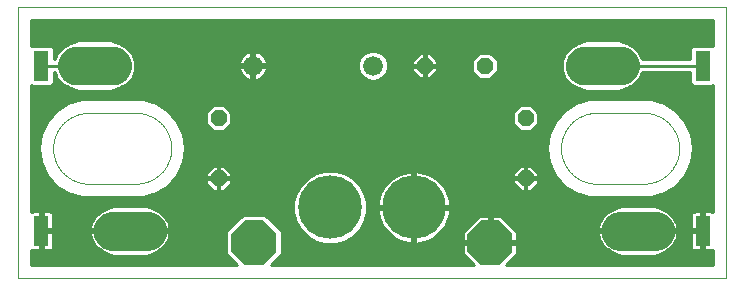
<source format=gtl>
G75*
%MOIN*%
%OFA0B0*%
%FSLAX25Y25*%
%IPPOS*%
%LPD*%
%AMOC8*
5,1,8,0,0,1.08239X$1,22.5*
%
%ADD10C,0.00000*%
%ADD11C,0.21126*%
%ADD12OC8,0.05200*%
%ADD13C,0.06600*%
%ADD14R,0.05000X0.10000*%
%ADD15C,0.00984*%
%ADD16C,0.11811*%
%ADD17OC8,0.15000*%
%ADD18C,0.01000*%
D10*
X0003000Y0011696D02*
X0003000Y0102247D01*
X0239220Y0102247D01*
X0239220Y0011696D01*
X0003000Y0011696D01*
X0036465Y0023507D02*
X0044339Y0023507D01*
X0044463Y0023509D01*
X0044586Y0023515D01*
X0044710Y0023524D01*
X0044832Y0023538D01*
X0044955Y0023555D01*
X0045077Y0023577D01*
X0045198Y0023602D01*
X0045318Y0023631D01*
X0045437Y0023663D01*
X0045556Y0023700D01*
X0045673Y0023740D01*
X0045788Y0023783D01*
X0045903Y0023831D01*
X0046015Y0023882D01*
X0046126Y0023936D01*
X0046236Y0023994D01*
X0046343Y0024055D01*
X0046449Y0024120D01*
X0046552Y0024188D01*
X0046653Y0024259D01*
X0046752Y0024333D01*
X0046849Y0024410D01*
X0046943Y0024491D01*
X0047034Y0024574D01*
X0047123Y0024660D01*
X0047209Y0024749D01*
X0047292Y0024840D01*
X0047373Y0024934D01*
X0047450Y0025031D01*
X0047524Y0025130D01*
X0047595Y0025231D01*
X0047663Y0025334D01*
X0047728Y0025440D01*
X0047789Y0025547D01*
X0047847Y0025657D01*
X0047901Y0025768D01*
X0047952Y0025880D01*
X0048000Y0025995D01*
X0048043Y0026110D01*
X0048083Y0026227D01*
X0048120Y0026346D01*
X0048152Y0026465D01*
X0048181Y0026585D01*
X0048206Y0026706D01*
X0048228Y0026828D01*
X0048245Y0026951D01*
X0048259Y0027073D01*
X0048268Y0027197D01*
X0048274Y0027320D01*
X0048276Y0027444D01*
X0048274Y0027568D01*
X0048268Y0027691D01*
X0048259Y0027815D01*
X0048245Y0027937D01*
X0048228Y0028060D01*
X0048206Y0028182D01*
X0048181Y0028303D01*
X0048152Y0028423D01*
X0048120Y0028542D01*
X0048083Y0028661D01*
X0048043Y0028778D01*
X0048000Y0028893D01*
X0047952Y0029008D01*
X0047901Y0029120D01*
X0047847Y0029231D01*
X0047789Y0029341D01*
X0047728Y0029448D01*
X0047663Y0029554D01*
X0047595Y0029657D01*
X0047524Y0029758D01*
X0047450Y0029857D01*
X0047373Y0029954D01*
X0047292Y0030048D01*
X0047209Y0030139D01*
X0047123Y0030228D01*
X0047034Y0030314D01*
X0046943Y0030397D01*
X0046849Y0030478D01*
X0046752Y0030555D01*
X0046653Y0030629D01*
X0046552Y0030700D01*
X0046449Y0030768D01*
X0046343Y0030833D01*
X0046236Y0030894D01*
X0046126Y0030952D01*
X0046015Y0031006D01*
X0045903Y0031057D01*
X0045788Y0031105D01*
X0045673Y0031148D01*
X0045556Y0031188D01*
X0045437Y0031225D01*
X0045318Y0031257D01*
X0045198Y0031286D01*
X0045077Y0031311D01*
X0044955Y0031333D01*
X0044832Y0031350D01*
X0044710Y0031364D01*
X0044586Y0031373D01*
X0044463Y0031379D01*
X0044339Y0031381D01*
X0036465Y0031381D01*
X0036341Y0031379D01*
X0036218Y0031373D01*
X0036094Y0031364D01*
X0035972Y0031350D01*
X0035849Y0031333D01*
X0035727Y0031311D01*
X0035606Y0031286D01*
X0035486Y0031257D01*
X0035367Y0031225D01*
X0035248Y0031188D01*
X0035131Y0031148D01*
X0035016Y0031105D01*
X0034901Y0031057D01*
X0034789Y0031006D01*
X0034678Y0030952D01*
X0034568Y0030894D01*
X0034461Y0030833D01*
X0034355Y0030768D01*
X0034252Y0030700D01*
X0034151Y0030629D01*
X0034052Y0030555D01*
X0033955Y0030478D01*
X0033861Y0030397D01*
X0033770Y0030314D01*
X0033681Y0030228D01*
X0033595Y0030139D01*
X0033512Y0030048D01*
X0033431Y0029954D01*
X0033354Y0029857D01*
X0033280Y0029758D01*
X0033209Y0029657D01*
X0033141Y0029554D01*
X0033076Y0029448D01*
X0033015Y0029341D01*
X0032957Y0029231D01*
X0032903Y0029120D01*
X0032852Y0029008D01*
X0032804Y0028893D01*
X0032761Y0028778D01*
X0032721Y0028661D01*
X0032684Y0028542D01*
X0032652Y0028423D01*
X0032623Y0028303D01*
X0032598Y0028182D01*
X0032576Y0028060D01*
X0032559Y0027937D01*
X0032545Y0027815D01*
X0032536Y0027691D01*
X0032530Y0027568D01*
X0032528Y0027444D01*
X0032530Y0027320D01*
X0032536Y0027197D01*
X0032545Y0027073D01*
X0032559Y0026951D01*
X0032576Y0026828D01*
X0032598Y0026706D01*
X0032623Y0026585D01*
X0032652Y0026465D01*
X0032684Y0026346D01*
X0032721Y0026227D01*
X0032761Y0026110D01*
X0032804Y0025995D01*
X0032852Y0025880D01*
X0032903Y0025768D01*
X0032957Y0025657D01*
X0033015Y0025547D01*
X0033076Y0025440D01*
X0033141Y0025334D01*
X0033209Y0025231D01*
X0033280Y0025130D01*
X0033354Y0025031D01*
X0033431Y0024934D01*
X0033512Y0024840D01*
X0033595Y0024749D01*
X0033681Y0024660D01*
X0033770Y0024574D01*
X0033861Y0024491D01*
X0033955Y0024410D01*
X0034052Y0024333D01*
X0034151Y0024259D01*
X0034252Y0024188D01*
X0034355Y0024120D01*
X0034461Y0024055D01*
X0034568Y0023994D01*
X0034678Y0023936D01*
X0034789Y0023882D01*
X0034901Y0023831D01*
X0035016Y0023783D01*
X0035131Y0023740D01*
X0035248Y0023700D01*
X0035367Y0023663D01*
X0035486Y0023631D01*
X0035606Y0023602D01*
X0035727Y0023577D01*
X0035849Y0023555D01*
X0035972Y0023538D01*
X0036094Y0023524D01*
X0036218Y0023515D01*
X0036341Y0023509D01*
X0036465Y0023507D01*
X0042370Y0043192D02*
X0026622Y0043192D01*
X0026334Y0043196D01*
X0026047Y0043206D01*
X0025760Y0043224D01*
X0025473Y0043248D01*
X0025187Y0043279D01*
X0024902Y0043318D01*
X0024618Y0043363D01*
X0024335Y0043415D01*
X0024054Y0043475D01*
X0023774Y0043541D01*
X0023496Y0043613D01*
X0023219Y0043693D01*
X0022945Y0043779D01*
X0022673Y0043872D01*
X0022403Y0043971D01*
X0022135Y0044077D01*
X0021871Y0044190D01*
X0021609Y0044309D01*
X0021350Y0044434D01*
X0021094Y0044566D01*
X0020841Y0044703D01*
X0020592Y0044847D01*
X0020347Y0044997D01*
X0020105Y0045153D01*
X0019867Y0045314D01*
X0019633Y0045482D01*
X0019403Y0045655D01*
X0019178Y0045833D01*
X0018957Y0046017D01*
X0018740Y0046206D01*
X0018528Y0046401D01*
X0018321Y0046601D01*
X0018119Y0046805D01*
X0017922Y0047015D01*
X0017730Y0047229D01*
X0017544Y0047448D01*
X0017362Y0047671D01*
X0017186Y0047899D01*
X0017016Y0048131D01*
X0016852Y0048367D01*
X0016693Y0048606D01*
X0016540Y0048850D01*
X0016393Y0049097D01*
X0016253Y0049348D01*
X0016118Y0049603D01*
X0015990Y0049860D01*
X0015868Y0050120D01*
X0015752Y0050384D01*
X0015643Y0050650D01*
X0015540Y0050918D01*
X0015444Y0051189D01*
X0015354Y0051463D01*
X0015271Y0051738D01*
X0015195Y0052016D01*
X0015126Y0052295D01*
X0015063Y0052575D01*
X0015007Y0052858D01*
X0014959Y0053141D01*
X0014917Y0053426D01*
X0014882Y0053711D01*
X0014854Y0053997D01*
X0014833Y0054284D01*
X0014819Y0054572D01*
X0014812Y0054859D01*
X0014812Y0055147D01*
X0014819Y0055434D01*
X0014833Y0055722D01*
X0014854Y0056009D01*
X0014882Y0056295D01*
X0014917Y0056580D01*
X0014959Y0056865D01*
X0015007Y0057148D01*
X0015063Y0057431D01*
X0015126Y0057711D01*
X0015195Y0057990D01*
X0015271Y0058268D01*
X0015354Y0058543D01*
X0015444Y0058817D01*
X0015540Y0059088D01*
X0015643Y0059356D01*
X0015752Y0059622D01*
X0015868Y0059886D01*
X0015990Y0060146D01*
X0016118Y0060403D01*
X0016253Y0060658D01*
X0016393Y0060908D01*
X0016540Y0061156D01*
X0016693Y0061400D01*
X0016852Y0061639D01*
X0017016Y0061875D01*
X0017186Y0062107D01*
X0017362Y0062335D01*
X0017544Y0062558D01*
X0017730Y0062777D01*
X0017922Y0062991D01*
X0018119Y0063201D01*
X0018321Y0063405D01*
X0018528Y0063605D01*
X0018740Y0063800D01*
X0018957Y0063989D01*
X0019178Y0064173D01*
X0019403Y0064351D01*
X0019633Y0064524D01*
X0019867Y0064692D01*
X0020105Y0064853D01*
X0020347Y0065009D01*
X0020592Y0065159D01*
X0020841Y0065303D01*
X0021094Y0065440D01*
X0021350Y0065572D01*
X0021609Y0065697D01*
X0021871Y0065816D01*
X0022135Y0065929D01*
X0022403Y0066035D01*
X0022673Y0066134D01*
X0022945Y0066227D01*
X0023219Y0066313D01*
X0023496Y0066393D01*
X0023774Y0066465D01*
X0024054Y0066531D01*
X0024335Y0066591D01*
X0024618Y0066643D01*
X0024902Y0066688D01*
X0025187Y0066727D01*
X0025473Y0066758D01*
X0025760Y0066782D01*
X0026047Y0066800D01*
X0026334Y0066810D01*
X0026622Y0066814D01*
X0042370Y0066814D01*
X0042658Y0066810D01*
X0042945Y0066800D01*
X0043232Y0066782D01*
X0043519Y0066758D01*
X0043805Y0066727D01*
X0044090Y0066688D01*
X0044374Y0066643D01*
X0044657Y0066591D01*
X0044938Y0066531D01*
X0045218Y0066465D01*
X0045496Y0066393D01*
X0045773Y0066313D01*
X0046047Y0066227D01*
X0046319Y0066134D01*
X0046589Y0066035D01*
X0046857Y0065929D01*
X0047121Y0065816D01*
X0047383Y0065697D01*
X0047642Y0065572D01*
X0047898Y0065440D01*
X0048151Y0065303D01*
X0048400Y0065159D01*
X0048645Y0065009D01*
X0048887Y0064853D01*
X0049125Y0064692D01*
X0049359Y0064524D01*
X0049589Y0064351D01*
X0049814Y0064173D01*
X0050035Y0063989D01*
X0050252Y0063800D01*
X0050464Y0063605D01*
X0050671Y0063405D01*
X0050873Y0063201D01*
X0051070Y0062991D01*
X0051262Y0062777D01*
X0051448Y0062558D01*
X0051630Y0062335D01*
X0051806Y0062107D01*
X0051976Y0061875D01*
X0052140Y0061639D01*
X0052299Y0061400D01*
X0052452Y0061156D01*
X0052599Y0060909D01*
X0052739Y0060658D01*
X0052874Y0060403D01*
X0053002Y0060146D01*
X0053124Y0059886D01*
X0053240Y0059622D01*
X0053349Y0059356D01*
X0053452Y0059088D01*
X0053548Y0058817D01*
X0053638Y0058543D01*
X0053721Y0058268D01*
X0053797Y0057990D01*
X0053866Y0057711D01*
X0053929Y0057431D01*
X0053985Y0057148D01*
X0054033Y0056865D01*
X0054075Y0056580D01*
X0054110Y0056295D01*
X0054138Y0056009D01*
X0054159Y0055722D01*
X0054173Y0055434D01*
X0054180Y0055147D01*
X0054180Y0054859D01*
X0054173Y0054572D01*
X0054159Y0054284D01*
X0054138Y0053997D01*
X0054110Y0053711D01*
X0054075Y0053426D01*
X0054033Y0053141D01*
X0053985Y0052858D01*
X0053929Y0052575D01*
X0053866Y0052295D01*
X0053797Y0052016D01*
X0053721Y0051738D01*
X0053638Y0051463D01*
X0053548Y0051189D01*
X0053452Y0050918D01*
X0053349Y0050650D01*
X0053240Y0050384D01*
X0053124Y0050120D01*
X0053002Y0049860D01*
X0052874Y0049603D01*
X0052739Y0049348D01*
X0052599Y0049098D01*
X0052452Y0048850D01*
X0052299Y0048606D01*
X0052140Y0048367D01*
X0051976Y0048131D01*
X0051806Y0047899D01*
X0051630Y0047671D01*
X0051448Y0047448D01*
X0051262Y0047229D01*
X0051070Y0047015D01*
X0050873Y0046805D01*
X0050671Y0046601D01*
X0050464Y0046401D01*
X0050252Y0046206D01*
X0050035Y0046017D01*
X0049814Y0045833D01*
X0049589Y0045655D01*
X0049359Y0045482D01*
X0049125Y0045314D01*
X0048887Y0045153D01*
X0048645Y0044997D01*
X0048400Y0044847D01*
X0048151Y0044703D01*
X0047898Y0044566D01*
X0047642Y0044434D01*
X0047383Y0044309D01*
X0047121Y0044190D01*
X0046857Y0044077D01*
X0046589Y0043971D01*
X0046319Y0043872D01*
X0046047Y0043779D01*
X0045773Y0043693D01*
X0045496Y0043613D01*
X0045218Y0043541D01*
X0044938Y0043475D01*
X0044657Y0043415D01*
X0044374Y0043363D01*
X0044090Y0043318D01*
X0043805Y0043279D01*
X0043519Y0043248D01*
X0043232Y0043224D01*
X0042945Y0043206D01*
X0042658Y0043196D01*
X0042370Y0043192D01*
X0032528Y0078625D02*
X0024654Y0078625D01*
X0024530Y0078627D01*
X0024407Y0078633D01*
X0024283Y0078642D01*
X0024161Y0078656D01*
X0024038Y0078673D01*
X0023916Y0078695D01*
X0023795Y0078720D01*
X0023675Y0078749D01*
X0023556Y0078781D01*
X0023437Y0078818D01*
X0023320Y0078858D01*
X0023205Y0078901D01*
X0023090Y0078949D01*
X0022978Y0079000D01*
X0022867Y0079054D01*
X0022757Y0079112D01*
X0022650Y0079173D01*
X0022544Y0079238D01*
X0022441Y0079306D01*
X0022340Y0079377D01*
X0022241Y0079451D01*
X0022144Y0079528D01*
X0022050Y0079609D01*
X0021959Y0079692D01*
X0021870Y0079778D01*
X0021784Y0079867D01*
X0021701Y0079958D01*
X0021620Y0080052D01*
X0021543Y0080149D01*
X0021469Y0080248D01*
X0021398Y0080349D01*
X0021330Y0080452D01*
X0021265Y0080558D01*
X0021204Y0080665D01*
X0021146Y0080775D01*
X0021092Y0080886D01*
X0021041Y0080998D01*
X0020993Y0081113D01*
X0020950Y0081228D01*
X0020910Y0081345D01*
X0020873Y0081464D01*
X0020841Y0081583D01*
X0020812Y0081703D01*
X0020787Y0081824D01*
X0020765Y0081946D01*
X0020748Y0082069D01*
X0020734Y0082191D01*
X0020725Y0082315D01*
X0020719Y0082438D01*
X0020717Y0082562D01*
X0020719Y0082686D01*
X0020725Y0082809D01*
X0020734Y0082933D01*
X0020748Y0083055D01*
X0020765Y0083178D01*
X0020787Y0083300D01*
X0020812Y0083421D01*
X0020841Y0083541D01*
X0020873Y0083660D01*
X0020910Y0083779D01*
X0020950Y0083896D01*
X0020993Y0084011D01*
X0021041Y0084126D01*
X0021092Y0084238D01*
X0021146Y0084349D01*
X0021204Y0084459D01*
X0021265Y0084566D01*
X0021330Y0084672D01*
X0021398Y0084775D01*
X0021469Y0084876D01*
X0021543Y0084975D01*
X0021620Y0085072D01*
X0021701Y0085166D01*
X0021784Y0085257D01*
X0021870Y0085346D01*
X0021959Y0085432D01*
X0022050Y0085515D01*
X0022144Y0085596D01*
X0022241Y0085673D01*
X0022340Y0085747D01*
X0022441Y0085818D01*
X0022544Y0085886D01*
X0022650Y0085951D01*
X0022757Y0086012D01*
X0022867Y0086070D01*
X0022978Y0086124D01*
X0023090Y0086175D01*
X0023205Y0086223D01*
X0023320Y0086266D01*
X0023437Y0086306D01*
X0023556Y0086343D01*
X0023675Y0086375D01*
X0023795Y0086404D01*
X0023916Y0086429D01*
X0024038Y0086451D01*
X0024161Y0086468D01*
X0024283Y0086482D01*
X0024407Y0086491D01*
X0024530Y0086497D01*
X0024654Y0086499D01*
X0032528Y0086499D01*
X0032652Y0086497D01*
X0032775Y0086491D01*
X0032899Y0086482D01*
X0033021Y0086468D01*
X0033144Y0086451D01*
X0033266Y0086429D01*
X0033387Y0086404D01*
X0033507Y0086375D01*
X0033626Y0086343D01*
X0033745Y0086306D01*
X0033862Y0086266D01*
X0033977Y0086223D01*
X0034092Y0086175D01*
X0034204Y0086124D01*
X0034315Y0086070D01*
X0034425Y0086012D01*
X0034532Y0085951D01*
X0034638Y0085886D01*
X0034741Y0085818D01*
X0034842Y0085747D01*
X0034941Y0085673D01*
X0035038Y0085596D01*
X0035132Y0085515D01*
X0035223Y0085432D01*
X0035312Y0085346D01*
X0035398Y0085257D01*
X0035481Y0085166D01*
X0035562Y0085072D01*
X0035639Y0084975D01*
X0035713Y0084876D01*
X0035784Y0084775D01*
X0035852Y0084672D01*
X0035917Y0084566D01*
X0035978Y0084459D01*
X0036036Y0084349D01*
X0036090Y0084238D01*
X0036141Y0084126D01*
X0036189Y0084011D01*
X0036232Y0083896D01*
X0036272Y0083779D01*
X0036309Y0083660D01*
X0036341Y0083541D01*
X0036370Y0083421D01*
X0036395Y0083300D01*
X0036417Y0083178D01*
X0036434Y0083055D01*
X0036448Y0082933D01*
X0036457Y0082809D01*
X0036463Y0082686D01*
X0036465Y0082562D01*
X0036463Y0082438D01*
X0036457Y0082315D01*
X0036448Y0082191D01*
X0036434Y0082069D01*
X0036417Y0081946D01*
X0036395Y0081824D01*
X0036370Y0081703D01*
X0036341Y0081583D01*
X0036309Y0081464D01*
X0036272Y0081345D01*
X0036232Y0081228D01*
X0036189Y0081113D01*
X0036141Y0080998D01*
X0036090Y0080886D01*
X0036036Y0080775D01*
X0035978Y0080665D01*
X0035917Y0080558D01*
X0035852Y0080452D01*
X0035784Y0080349D01*
X0035713Y0080248D01*
X0035639Y0080149D01*
X0035562Y0080052D01*
X0035481Y0079958D01*
X0035398Y0079867D01*
X0035312Y0079778D01*
X0035223Y0079692D01*
X0035132Y0079609D01*
X0035038Y0079528D01*
X0034941Y0079451D01*
X0034842Y0079377D01*
X0034741Y0079306D01*
X0034638Y0079238D01*
X0034532Y0079173D01*
X0034425Y0079112D01*
X0034315Y0079054D01*
X0034204Y0079000D01*
X0034092Y0078949D01*
X0033977Y0078901D01*
X0033862Y0078858D01*
X0033745Y0078818D01*
X0033626Y0078781D01*
X0033507Y0078749D01*
X0033387Y0078720D01*
X0033266Y0078695D01*
X0033144Y0078673D01*
X0033021Y0078656D01*
X0032899Y0078642D01*
X0032775Y0078633D01*
X0032652Y0078627D01*
X0032528Y0078625D01*
X0193945Y0078625D02*
X0201819Y0078625D01*
X0201943Y0078627D01*
X0202066Y0078633D01*
X0202190Y0078642D01*
X0202312Y0078656D01*
X0202435Y0078673D01*
X0202557Y0078695D01*
X0202678Y0078720D01*
X0202798Y0078749D01*
X0202917Y0078781D01*
X0203036Y0078818D01*
X0203153Y0078858D01*
X0203268Y0078901D01*
X0203383Y0078949D01*
X0203495Y0079000D01*
X0203606Y0079054D01*
X0203716Y0079112D01*
X0203823Y0079173D01*
X0203929Y0079238D01*
X0204032Y0079306D01*
X0204133Y0079377D01*
X0204232Y0079451D01*
X0204329Y0079528D01*
X0204423Y0079609D01*
X0204514Y0079692D01*
X0204603Y0079778D01*
X0204689Y0079867D01*
X0204772Y0079958D01*
X0204853Y0080052D01*
X0204930Y0080149D01*
X0205004Y0080248D01*
X0205075Y0080349D01*
X0205143Y0080452D01*
X0205208Y0080558D01*
X0205269Y0080665D01*
X0205327Y0080775D01*
X0205381Y0080886D01*
X0205432Y0080998D01*
X0205480Y0081113D01*
X0205523Y0081228D01*
X0205563Y0081345D01*
X0205600Y0081464D01*
X0205632Y0081583D01*
X0205661Y0081703D01*
X0205686Y0081824D01*
X0205708Y0081946D01*
X0205725Y0082069D01*
X0205739Y0082191D01*
X0205748Y0082315D01*
X0205754Y0082438D01*
X0205756Y0082562D01*
X0205754Y0082686D01*
X0205748Y0082809D01*
X0205739Y0082933D01*
X0205725Y0083055D01*
X0205708Y0083178D01*
X0205686Y0083300D01*
X0205661Y0083421D01*
X0205632Y0083541D01*
X0205600Y0083660D01*
X0205563Y0083779D01*
X0205523Y0083896D01*
X0205480Y0084011D01*
X0205432Y0084126D01*
X0205381Y0084238D01*
X0205327Y0084349D01*
X0205269Y0084459D01*
X0205208Y0084566D01*
X0205143Y0084672D01*
X0205075Y0084775D01*
X0205004Y0084876D01*
X0204930Y0084975D01*
X0204853Y0085072D01*
X0204772Y0085166D01*
X0204689Y0085257D01*
X0204603Y0085346D01*
X0204514Y0085432D01*
X0204423Y0085515D01*
X0204329Y0085596D01*
X0204232Y0085673D01*
X0204133Y0085747D01*
X0204032Y0085818D01*
X0203929Y0085886D01*
X0203823Y0085951D01*
X0203716Y0086012D01*
X0203606Y0086070D01*
X0203495Y0086124D01*
X0203383Y0086175D01*
X0203268Y0086223D01*
X0203153Y0086266D01*
X0203036Y0086306D01*
X0202917Y0086343D01*
X0202798Y0086375D01*
X0202678Y0086404D01*
X0202557Y0086429D01*
X0202435Y0086451D01*
X0202312Y0086468D01*
X0202190Y0086482D01*
X0202066Y0086491D01*
X0201943Y0086497D01*
X0201819Y0086499D01*
X0193945Y0086499D01*
X0193821Y0086497D01*
X0193698Y0086491D01*
X0193574Y0086482D01*
X0193452Y0086468D01*
X0193329Y0086451D01*
X0193207Y0086429D01*
X0193086Y0086404D01*
X0192966Y0086375D01*
X0192847Y0086343D01*
X0192728Y0086306D01*
X0192611Y0086266D01*
X0192496Y0086223D01*
X0192381Y0086175D01*
X0192269Y0086124D01*
X0192158Y0086070D01*
X0192048Y0086012D01*
X0191941Y0085951D01*
X0191835Y0085886D01*
X0191732Y0085818D01*
X0191631Y0085747D01*
X0191532Y0085673D01*
X0191435Y0085596D01*
X0191341Y0085515D01*
X0191250Y0085432D01*
X0191161Y0085346D01*
X0191075Y0085257D01*
X0190992Y0085166D01*
X0190911Y0085072D01*
X0190834Y0084975D01*
X0190760Y0084876D01*
X0190689Y0084775D01*
X0190621Y0084672D01*
X0190556Y0084566D01*
X0190495Y0084459D01*
X0190437Y0084349D01*
X0190383Y0084238D01*
X0190332Y0084126D01*
X0190284Y0084011D01*
X0190241Y0083896D01*
X0190201Y0083779D01*
X0190164Y0083660D01*
X0190132Y0083541D01*
X0190103Y0083421D01*
X0190078Y0083300D01*
X0190056Y0083178D01*
X0190039Y0083055D01*
X0190025Y0082933D01*
X0190016Y0082809D01*
X0190010Y0082686D01*
X0190008Y0082562D01*
X0190010Y0082438D01*
X0190016Y0082315D01*
X0190025Y0082191D01*
X0190039Y0082069D01*
X0190056Y0081946D01*
X0190078Y0081824D01*
X0190103Y0081703D01*
X0190132Y0081583D01*
X0190164Y0081464D01*
X0190201Y0081345D01*
X0190241Y0081228D01*
X0190284Y0081113D01*
X0190332Y0080998D01*
X0190383Y0080886D01*
X0190437Y0080775D01*
X0190495Y0080665D01*
X0190556Y0080558D01*
X0190621Y0080452D01*
X0190689Y0080349D01*
X0190760Y0080248D01*
X0190834Y0080149D01*
X0190911Y0080052D01*
X0190992Y0079958D01*
X0191075Y0079867D01*
X0191161Y0079778D01*
X0191250Y0079692D01*
X0191341Y0079609D01*
X0191435Y0079528D01*
X0191532Y0079451D01*
X0191631Y0079377D01*
X0191732Y0079306D01*
X0191835Y0079238D01*
X0191941Y0079173D01*
X0192048Y0079112D01*
X0192158Y0079054D01*
X0192269Y0079000D01*
X0192381Y0078949D01*
X0192496Y0078901D01*
X0192611Y0078858D01*
X0192728Y0078818D01*
X0192847Y0078781D01*
X0192966Y0078749D01*
X0193086Y0078720D01*
X0193207Y0078695D01*
X0193329Y0078673D01*
X0193452Y0078656D01*
X0193574Y0078642D01*
X0193698Y0078633D01*
X0193821Y0078627D01*
X0193945Y0078625D01*
X0195913Y0066814D02*
X0211661Y0066814D01*
X0211949Y0066810D01*
X0212236Y0066800D01*
X0212523Y0066782D01*
X0212810Y0066758D01*
X0213096Y0066727D01*
X0213381Y0066688D01*
X0213665Y0066643D01*
X0213948Y0066591D01*
X0214229Y0066531D01*
X0214509Y0066465D01*
X0214787Y0066393D01*
X0215064Y0066313D01*
X0215338Y0066227D01*
X0215610Y0066134D01*
X0215880Y0066035D01*
X0216148Y0065929D01*
X0216412Y0065816D01*
X0216674Y0065697D01*
X0216933Y0065572D01*
X0217189Y0065440D01*
X0217442Y0065303D01*
X0217691Y0065159D01*
X0217936Y0065009D01*
X0218178Y0064853D01*
X0218416Y0064692D01*
X0218650Y0064524D01*
X0218880Y0064351D01*
X0219105Y0064173D01*
X0219326Y0063989D01*
X0219543Y0063800D01*
X0219755Y0063605D01*
X0219962Y0063405D01*
X0220164Y0063201D01*
X0220361Y0062991D01*
X0220553Y0062777D01*
X0220739Y0062558D01*
X0220921Y0062335D01*
X0221097Y0062107D01*
X0221267Y0061875D01*
X0221431Y0061639D01*
X0221590Y0061400D01*
X0221743Y0061156D01*
X0221890Y0060909D01*
X0222030Y0060658D01*
X0222165Y0060403D01*
X0222293Y0060146D01*
X0222415Y0059886D01*
X0222531Y0059622D01*
X0222640Y0059356D01*
X0222743Y0059088D01*
X0222839Y0058817D01*
X0222929Y0058543D01*
X0223012Y0058268D01*
X0223088Y0057990D01*
X0223157Y0057711D01*
X0223220Y0057431D01*
X0223276Y0057148D01*
X0223324Y0056865D01*
X0223366Y0056580D01*
X0223401Y0056295D01*
X0223429Y0056009D01*
X0223450Y0055722D01*
X0223464Y0055434D01*
X0223471Y0055147D01*
X0223471Y0054859D01*
X0223464Y0054572D01*
X0223450Y0054284D01*
X0223429Y0053997D01*
X0223401Y0053711D01*
X0223366Y0053426D01*
X0223324Y0053141D01*
X0223276Y0052858D01*
X0223220Y0052575D01*
X0223157Y0052295D01*
X0223088Y0052016D01*
X0223012Y0051738D01*
X0222929Y0051463D01*
X0222839Y0051189D01*
X0222743Y0050918D01*
X0222640Y0050650D01*
X0222531Y0050384D01*
X0222415Y0050120D01*
X0222293Y0049860D01*
X0222165Y0049603D01*
X0222030Y0049348D01*
X0221890Y0049098D01*
X0221743Y0048850D01*
X0221590Y0048606D01*
X0221431Y0048367D01*
X0221267Y0048131D01*
X0221097Y0047899D01*
X0220921Y0047671D01*
X0220739Y0047448D01*
X0220553Y0047229D01*
X0220361Y0047015D01*
X0220164Y0046805D01*
X0219962Y0046601D01*
X0219755Y0046401D01*
X0219543Y0046206D01*
X0219326Y0046017D01*
X0219105Y0045833D01*
X0218880Y0045655D01*
X0218650Y0045482D01*
X0218416Y0045314D01*
X0218178Y0045153D01*
X0217936Y0044997D01*
X0217691Y0044847D01*
X0217442Y0044703D01*
X0217189Y0044566D01*
X0216933Y0044434D01*
X0216674Y0044309D01*
X0216412Y0044190D01*
X0216148Y0044077D01*
X0215880Y0043971D01*
X0215610Y0043872D01*
X0215338Y0043779D01*
X0215064Y0043693D01*
X0214787Y0043613D01*
X0214509Y0043541D01*
X0214229Y0043475D01*
X0213948Y0043415D01*
X0213665Y0043363D01*
X0213381Y0043318D01*
X0213096Y0043279D01*
X0212810Y0043248D01*
X0212523Y0043224D01*
X0212236Y0043206D01*
X0211949Y0043196D01*
X0211661Y0043192D01*
X0195913Y0043192D01*
X0195625Y0043196D01*
X0195338Y0043206D01*
X0195051Y0043224D01*
X0194764Y0043248D01*
X0194478Y0043279D01*
X0194193Y0043318D01*
X0193909Y0043363D01*
X0193626Y0043415D01*
X0193345Y0043475D01*
X0193065Y0043541D01*
X0192787Y0043613D01*
X0192510Y0043693D01*
X0192236Y0043779D01*
X0191964Y0043872D01*
X0191694Y0043971D01*
X0191426Y0044077D01*
X0191162Y0044190D01*
X0190900Y0044309D01*
X0190641Y0044434D01*
X0190385Y0044566D01*
X0190132Y0044703D01*
X0189883Y0044847D01*
X0189638Y0044997D01*
X0189396Y0045153D01*
X0189158Y0045314D01*
X0188924Y0045482D01*
X0188694Y0045655D01*
X0188469Y0045833D01*
X0188248Y0046017D01*
X0188031Y0046206D01*
X0187819Y0046401D01*
X0187612Y0046601D01*
X0187410Y0046805D01*
X0187213Y0047015D01*
X0187021Y0047229D01*
X0186835Y0047448D01*
X0186653Y0047671D01*
X0186477Y0047899D01*
X0186307Y0048131D01*
X0186143Y0048367D01*
X0185984Y0048606D01*
X0185831Y0048850D01*
X0185684Y0049097D01*
X0185544Y0049348D01*
X0185409Y0049603D01*
X0185281Y0049860D01*
X0185159Y0050120D01*
X0185043Y0050384D01*
X0184934Y0050650D01*
X0184831Y0050918D01*
X0184735Y0051189D01*
X0184645Y0051463D01*
X0184562Y0051738D01*
X0184486Y0052016D01*
X0184417Y0052295D01*
X0184354Y0052575D01*
X0184298Y0052858D01*
X0184250Y0053141D01*
X0184208Y0053426D01*
X0184173Y0053711D01*
X0184145Y0053997D01*
X0184124Y0054284D01*
X0184110Y0054572D01*
X0184103Y0054859D01*
X0184103Y0055147D01*
X0184110Y0055434D01*
X0184124Y0055722D01*
X0184145Y0056009D01*
X0184173Y0056295D01*
X0184208Y0056580D01*
X0184250Y0056865D01*
X0184298Y0057148D01*
X0184354Y0057431D01*
X0184417Y0057711D01*
X0184486Y0057990D01*
X0184562Y0058268D01*
X0184645Y0058543D01*
X0184735Y0058817D01*
X0184831Y0059088D01*
X0184934Y0059356D01*
X0185043Y0059622D01*
X0185159Y0059886D01*
X0185281Y0060146D01*
X0185409Y0060403D01*
X0185544Y0060658D01*
X0185684Y0060908D01*
X0185831Y0061156D01*
X0185984Y0061400D01*
X0186143Y0061639D01*
X0186307Y0061875D01*
X0186477Y0062107D01*
X0186653Y0062335D01*
X0186835Y0062558D01*
X0187021Y0062777D01*
X0187213Y0062991D01*
X0187410Y0063201D01*
X0187612Y0063405D01*
X0187819Y0063605D01*
X0188031Y0063800D01*
X0188248Y0063989D01*
X0188469Y0064173D01*
X0188694Y0064351D01*
X0188924Y0064524D01*
X0189158Y0064692D01*
X0189396Y0064853D01*
X0189638Y0065009D01*
X0189883Y0065159D01*
X0190132Y0065303D01*
X0190385Y0065440D01*
X0190641Y0065572D01*
X0190900Y0065697D01*
X0191162Y0065816D01*
X0191426Y0065929D01*
X0191694Y0066035D01*
X0191964Y0066134D01*
X0192236Y0066227D01*
X0192510Y0066313D01*
X0192787Y0066393D01*
X0193065Y0066465D01*
X0193345Y0066531D01*
X0193626Y0066591D01*
X0193909Y0066643D01*
X0194193Y0066688D01*
X0194478Y0066727D01*
X0194764Y0066758D01*
X0195051Y0066782D01*
X0195338Y0066800D01*
X0195625Y0066810D01*
X0195913Y0066814D01*
X0205756Y0031381D02*
X0213630Y0031381D01*
X0213754Y0031379D01*
X0213877Y0031373D01*
X0214001Y0031364D01*
X0214123Y0031350D01*
X0214246Y0031333D01*
X0214368Y0031311D01*
X0214489Y0031286D01*
X0214609Y0031257D01*
X0214728Y0031225D01*
X0214847Y0031188D01*
X0214964Y0031148D01*
X0215079Y0031105D01*
X0215194Y0031057D01*
X0215306Y0031006D01*
X0215417Y0030952D01*
X0215527Y0030894D01*
X0215634Y0030833D01*
X0215740Y0030768D01*
X0215843Y0030700D01*
X0215944Y0030629D01*
X0216043Y0030555D01*
X0216140Y0030478D01*
X0216234Y0030397D01*
X0216325Y0030314D01*
X0216414Y0030228D01*
X0216500Y0030139D01*
X0216583Y0030048D01*
X0216664Y0029954D01*
X0216741Y0029857D01*
X0216815Y0029758D01*
X0216886Y0029657D01*
X0216954Y0029554D01*
X0217019Y0029448D01*
X0217080Y0029341D01*
X0217138Y0029231D01*
X0217192Y0029120D01*
X0217243Y0029008D01*
X0217291Y0028893D01*
X0217334Y0028778D01*
X0217374Y0028661D01*
X0217411Y0028542D01*
X0217443Y0028423D01*
X0217472Y0028303D01*
X0217497Y0028182D01*
X0217519Y0028060D01*
X0217536Y0027937D01*
X0217550Y0027815D01*
X0217559Y0027691D01*
X0217565Y0027568D01*
X0217567Y0027444D01*
X0217565Y0027320D01*
X0217559Y0027197D01*
X0217550Y0027073D01*
X0217536Y0026951D01*
X0217519Y0026828D01*
X0217497Y0026706D01*
X0217472Y0026585D01*
X0217443Y0026465D01*
X0217411Y0026346D01*
X0217374Y0026227D01*
X0217334Y0026110D01*
X0217291Y0025995D01*
X0217243Y0025880D01*
X0217192Y0025768D01*
X0217138Y0025657D01*
X0217080Y0025547D01*
X0217019Y0025440D01*
X0216954Y0025334D01*
X0216886Y0025231D01*
X0216815Y0025130D01*
X0216741Y0025031D01*
X0216664Y0024934D01*
X0216583Y0024840D01*
X0216500Y0024749D01*
X0216414Y0024660D01*
X0216325Y0024574D01*
X0216234Y0024491D01*
X0216140Y0024410D01*
X0216043Y0024333D01*
X0215944Y0024259D01*
X0215843Y0024188D01*
X0215740Y0024120D01*
X0215634Y0024055D01*
X0215527Y0023994D01*
X0215417Y0023936D01*
X0215306Y0023882D01*
X0215194Y0023831D01*
X0215079Y0023783D01*
X0214964Y0023740D01*
X0214847Y0023700D01*
X0214728Y0023663D01*
X0214609Y0023631D01*
X0214489Y0023602D01*
X0214368Y0023577D01*
X0214246Y0023555D01*
X0214123Y0023538D01*
X0214001Y0023524D01*
X0213877Y0023515D01*
X0213754Y0023509D01*
X0213630Y0023507D01*
X0205756Y0023507D01*
X0205632Y0023509D01*
X0205509Y0023515D01*
X0205385Y0023524D01*
X0205263Y0023538D01*
X0205140Y0023555D01*
X0205018Y0023577D01*
X0204897Y0023602D01*
X0204777Y0023631D01*
X0204658Y0023663D01*
X0204539Y0023700D01*
X0204422Y0023740D01*
X0204307Y0023783D01*
X0204192Y0023831D01*
X0204080Y0023882D01*
X0203969Y0023936D01*
X0203859Y0023994D01*
X0203752Y0024055D01*
X0203646Y0024120D01*
X0203543Y0024188D01*
X0203442Y0024259D01*
X0203343Y0024333D01*
X0203246Y0024410D01*
X0203152Y0024491D01*
X0203061Y0024574D01*
X0202972Y0024660D01*
X0202886Y0024749D01*
X0202803Y0024840D01*
X0202722Y0024934D01*
X0202645Y0025031D01*
X0202571Y0025130D01*
X0202500Y0025231D01*
X0202432Y0025334D01*
X0202367Y0025440D01*
X0202306Y0025547D01*
X0202248Y0025657D01*
X0202194Y0025768D01*
X0202143Y0025880D01*
X0202095Y0025995D01*
X0202052Y0026110D01*
X0202012Y0026227D01*
X0201975Y0026346D01*
X0201943Y0026465D01*
X0201914Y0026585D01*
X0201889Y0026706D01*
X0201867Y0026828D01*
X0201850Y0026951D01*
X0201836Y0027073D01*
X0201827Y0027197D01*
X0201821Y0027320D01*
X0201819Y0027444D01*
X0201821Y0027568D01*
X0201827Y0027691D01*
X0201836Y0027815D01*
X0201850Y0027937D01*
X0201867Y0028060D01*
X0201889Y0028182D01*
X0201914Y0028303D01*
X0201943Y0028423D01*
X0201975Y0028542D01*
X0202012Y0028661D01*
X0202052Y0028778D01*
X0202095Y0028893D01*
X0202143Y0029008D01*
X0202194Y0029120D01*
X0202248Y0029231D01*
X0202306Y0029341D01*
X0202367Y0029448D01*
X0202432Y0029554D01*
X0202500Y0029657D01*
X0202571Y0029758D01*
X0202645Y0029857D01*
X0202722Y0029954D01*
X0202803Y0030048D01*
X0202886Y0030139D01*
X0202972Y0030228D01*
X0203061Y0030314D01*
X0203152Y0030397D01*
X0203246Y0030478D01*
X0203343Y0030555D01*
X0203442Y0030629D01*
X0203543Y0030700D01*
X0203646Y0030768D01*
X0203752Y0030833D01*
X0203859Y0030894D01*
X0203969Y0030952D01*
X0204080Y0031006D01*
X0204192Y0031057D01*
X0204307Y0031105D01*
X0204422Y0031148D01*
X0204539Y0031188D01*
X0204658Y0031225D01*
X0204777Y0031257D01*
X0204897Y0031286D01*
X0205018Y0031311D01*
X0205140Y0031333D01*
X0205263Y0031350D01*
X0205385Y0031364D01*
X0205509Y0031373D01*
X0205632Y0031379D01*
X0205756Y0031381D01*
D11*
X0135087Y0035318D03*
X0107134Y0035318D03*
D12*
X0069929Y0045003D03*
X0069929Y0065003D03*
X0138669Y0082562D03*
X0158669Y0082562D03*
X0172291Y0065003D03*
X0172291Y0045003D03*
D13*
X0121425Y0082562D03*
X0081425Y0082562D03*
D14*
X0010874Y0082562D03*
X0010874Y0027444D03*
X0231346Y0027444D03*
X0231346Y0082562D03*
D15*
X0203787Y0076656D02*
X0203939Y0076658D01*
X0204091Y0076664D01*
X0204243Y0076674D01*
X0204394Y0076687D01*
X0204545Y0076705D01*
X0204696Y0076726D01*
X0204846Y0076752D01*
X0204995Y0076781D01*
X0205144Y0076814D01*
X0205291Y0076851D01*
X0205438Y0076891D01*
X0205583Y0076936D01*
X0205727Y0076984D01*
X0205870Y0077036D01*
X0206012Y0077091D01*
X0206152Y0077150D01*
X0206291Y0077213D01*
X0206428Y0077279D01*
X0206563Y0077349D01*
X0206696Y0077422D01*
X0206827Y0077499D01*
X0206957Y0077579D01*
X0207084Y0077662D01*
X0207209Y0077748D01*
X0207332Y0077838D01*
X0207452Y0077931D01*
X0207570Y0078027D01*
X0207686Y0078126D01*
X0207799Y0078228D01*
X0207909Y0078332D01*
X0208017Y0078440D01*
X0208121Y0078550D01*
X0208223Y0078663D01*
X0208322Y0078779D01*
X0208418Y0078897D01*
X0208511Y0079017D01*
X0208601Y0079140D01*
X0208687Y0079265D01*
X0208770Y0079392D01*
X0208850Y0079522D01*
X0208927Y0079653D01*
X0209000Y0079786D01*
X0209070Y0079921D01*
X0209136Y0080058D01*
X0209199Y0080197D01*
X0209258Y0080337D01*
X0209313Y0080479D01*
X0209365Y0080622D01*
X0209413Y0080766D01*
X0209458Y0080911D01*
X0209498Y0081058D01*
X0209535Y0081205D01*
X0209568Y0081354D01*
X0209597Y0081503D01*
X0209623Y0081653D01*
X0209644Y0081804D01*
X0209662Y0081955D01*
X0209675Y0082106D01*
X0209685Y0082258D01*
X0209691Y0082410D01*
X0209693Y0082562D01*
X0209691Y0082714D01*
X0209685Y0082866D01*
X0209675Y0083018D01*
X0209662Y0083169D01*
X0209644Y0083320D01*
X0209623Y0083471D01*
X0209597Y0083621D01*
X0209568Y0083770D01*
X0209535Y0083919D01*
X0209498Y0084066D01*
X0209458Y0084213D01*
X0209413Y0084358D01*
X0209365Y0084502D01*
X0209313Y0084645D01*
X0209258Y0084787D01*
X0209199Y0084927D01*
X0209136Y0085066D01*
X0209070Y0085203D01*
X0209000Y0085338D01*
X0208927Y0085471D01*
X0208850Y0085602D01*
X0208770Y0085732D01*
X0208687Y0085859D01*
X0208601Y0085984D01*
X0208511Y0086107D01*
X0208418Y0086227D01*
X0208322Y0086345D01*
X0208223Y0086461D01*
X0208121Y0086574D01*
X0208017Y0086684D01*
X0207909Y0086792D01*
X0207799Y0086896D01*
X0207686Y0086998D01*
X0207570Y0087097D01*
X0207452Y0087193D01*
X0207332Y0087286D01*
X0207209Y0087376D01*
X0207084Y0087462D01*
X0206957Y0087545D01*
X0206827Y0087625D01*
X0206696Y0087702D01*
X0206563Y0087775D01*
X0206428Y0087845D01*
X0206291Y0087911D01*
X0206152Y0087974D01*
X0206012Y0088033D01*
X0205870Y0088088D01*
X0205727Y0088140D01*
X0205583Y0088188D01*
X0205438Y0088233D01*
X0205291Y0088273D01*
X0205144Y0088310D01*
X0204995Y0088343D01*
X0204846Y0088372D01*
X0204696Y0088398D01*
X0204545Y0088419D01*
X0204394Y0088437D01*
X0204243Y0088450D01*
X0204091Y0088460D01*
X0203939Y0088466D01*
X0203787Y0088468D01*
X0203787Y0088467D02*
X0191976Y0088467D01*
X0191976Y0088468D02*
X0191824Y0088466D01*
X0191672Y0088460D01*
X0191520Y0088450D01*
X0191369Y0088437D01*
X0191218Y0088419D01*
X0191067Y0088398D01*
X0190917Y0088372D01*
X0190768Y0088343D01*
X0190619Y0088310D01*
X0190472Y0088273D01*
X0190325Y0088233D01*
X0190180Y0088188D01*
X0190036Y0088140D01*
X0189893Y0088088D01*
X0189751Y0088033D01*
X0189611Y0087974D01*
X0189472Y0087911D01*
X0189335Y0087845D01*
X0189200Y0087775D01*
X0189067Y0087702D01*
X0188936Y0087625D01*
X0188806Y0087545D01*
X0188679Y0087462D01*
X0188554Y0087376D01*
X0188431Y0087286D01*
X0188311Y0087193D01*
X0188193Y0087097D01*
X0188077Y0086998D01*
X0187964Y0086896D01*
X0187854Y0086792D01*
X0187746Y0086684D01*
X0187642Y0086574D01*
X0187540Y0086461D01*
X0187441Y0086345D01*
X0187345Y0086227D01*
X0187252Y0086107D01*
X0187162Y0085984D01*
X0187076Y0085859D01*
X0186993Y0085732D01*
X0186913Y0085602D01*
X0186836Y0085471D01*
X0186763Y0085338D01*
X0186693Y0085203D01*
X0186627Y0085066D01*
X0186564Y0084927D01*
X0186505Y0084787D01*
X0186450Y0084645D01*
X0186398Y0084502D01*
X0186350Y0084358D01*
X0186305Y0084213D01*
X0186265Y0084066D01*
X0186228Y0083919D01*
X0186195Y0083770D01*
X0186166Y0083621D01*
X0186140Y0083471D01*
X0186119Y0083320D01*
X0186101Y0083169D01*
X0186088Y0083018D01*
X0186078Y0082866D01*
X0186072Y0082714D01*
X0186070Y0082562D01*
X0186072Y0082410D01*
X0186078Y0082258D01*
X0186088Y0082106D01*
X0186101Y0081955D01*
X0186119Y0081804D01*
X0186140Y0081653D01*
X0186166Y0081503D01*
X0186195Y0081354D01*
X0186228Y0081205D01*
X0186265Y0081058D01*
X0186305Y0080911D01*
X0186350Y0080766D01*
X0186398Y0080622D01*
X0186450Y0080479D01*
X0186505Y0080337D01*
X0186564Y0080197D01*
X0186627Y0080058D01*
X0186693Y0079921D01*
X0186763Y0079786D01*
X0186836Y0079653D01*
X0186913Y0079522D01*
X0186993Y0079392D01*
X0187076Y0079265D01*
X0187162Y0079140D01*
X0187252Y0079017D01*
X0187345Y0078897D01*
X0187441Y0078779D01*
X0187540Y0078663D01*
X0187642Y0078550D01*
X0187746Y0078440D01*
X0187854Y0078332D01*
X0187964Y0078228D01*
X0188077Y0078126D01*
X0188193Y0078027D01*
X0188311Y0077931D01*
X0188431Y0077838D01*
X0188554Y0077748D01*
X0188679Y0077662D01*
X0188806Y0077579D01*
X0188936Y0077499D01*
X0189067Y0077422D01*
X0189200Y0077349D01*
X0189335Y0077279D01*
X0189472Y0077213D01*
X0189611Y0077150D01*
X0189751Y0077091D01*
X0189893Y0077036D01*
X0190036Y0076984D01*
X0190180Y0076936D01*
X0190325Y0076891D01*
X0190472Y0076851D01*
X0190619Y0076814D01*
X0190768Y0076781D01*
X0190917Y0076752D01*
X0191067Y0076726D01*
X0191218Y0076705D01*
X0191369Y0076687D01*
X0191520Y0076674D01*
X0191672Y0076664D01*
X0191824Y0076658D01*
X0191976Y0076656D01*
X0203787Y0076656D01*
X0203787Y0033349D02*
X0215598Y0033349D01*
X0215598Y0033350D02*
X0215750Y0033348D01*
X0215902Y0033342D01*
X0216054Y0033332D01*
X0216205Y0033319D01*
X0216356Y0033301D01*
X0216507Y0033280D01*
X0216657Y0033254D01*
X0216806Y0033225D01*
X0216955Y0033192D01*
X0217102Y0033155D01*
X0217249Y0033115D01*
X0217394Y0033070D01*
X0217538Y0033022D01*
X0217681Y0032970D01*
X0217823Y0032915D01*
X0217963Y0032856D01*
X0218102Y0032793D01*
X0218239Y0032727D01*
X0218374Y0032657D01*
X0218507Y0032584D01*
X0218638Y0032507D01*
X0218768Y0032427D01*
X0218895Y0032344D01*
X0219020Y0032258D01*
X0219143Y0032168D01*
X0219263Y0032075D01*
X0219381Y0031979D01*
X0219497Y0031880D01*
X0219610Y0031778D01*
X0219720Y0031674D01*
X0219828Y0031566D01*
X0219932Y0031456D01*
X0220034Y0031343D01*
X0220133Y0031227D01*
X0220229Y0031109D01*
X0220322Y0030989D01*
X0220412Y0030866D01*
X0220498Y0030741D01*
X0220581Y0030614D01*
X0220661Y0030484D01*
X0220738Y0030353D01*
X0220811Y0030220D01*
X0220881Y0030085D01*
X0220947Y0029948D01*
X0221010Y0029809D01*
X0221069Y0029669D01*
X0221124Y0029527D01*
X0221176Y0029384D01*
X0221224Y0029240D01*
X0221269Y0029095D01*
X0221309Y0028948D01*
X0221346Y0028801D01*
X0221379Y0028652D01*
X0221408Y0028503D01*
X0221434Y0028353D01*
X0221455Y0028202D01*
X0221473Y0028051D01*
X0221486Y0027900D01*
X0221496Y0027748D01*
X0221502Y0027596D01*
X0221504Y0027444D01*
X0221502Y0027292D01*
X0221496Y0027140D01*
X0221486Y0026988D01*
X0221473Y0026837D01*
X0221455Y0026686D01*
X0221434Y0026535D01*
X0221408Y0026385D01*
X0221379Y0026236D01*
X0221346Y0026087D01*
X0221309Y0025940D01*
X0221269Y0025793D01*
X0221224Y0025648D01*
X0221176Y0025504D01*
X0221124Y0025361D01*
X0221069Y0025219D01*
X0221010Y0025079D01*
X0220947Y0024940D01*
X0220881Y0024803D01*
X0220811Y0024668D01*
X0220738Y0024535D01*
X0220661Y0024404D01*
X0220581Y0024274D01*
X0220498Y0024147D01*
X0220412Y0024022D01*
X0220322Y0023899D01*
X0220229Y0023779D01*
X0220133Y0023661D01*
X0220034Y0023545D01*
X0219932Y0023432D01*
X0219828Y0023322D01*
X0219720Y0023214D01*
X0219610Y0023110D01*
X0219497Y0023008D01*
X0219381Y0022909D01*
X0219263Y0022813D01*
X0219143Y0022720D01*
X0219020Y0022630D01*
X0218895Y0022544D01*
X0218768Y0022461D01*
X0218638Y0022381D01*
X0218507Y0022304D01*
X0218374Y0022231D01*
X0218239Y0022161D01*
X0218102Y0022095D01*
X0217963Y0022032D01*
X0217823Y0021973D01*
X0217681Y0021918D01*
X0217538Y0021866D01*
X0217394Y0021818D01*
X0217249Y0021773D01*
X0217102Y0021733D01*
X0216955Y0021696D01*
X0216806Y0021663D01*
X0216657Y0021634D01*
X0216507Y0021608D01*
X0216356Y0021587D01*
X0216205Y0021569D01*
X0216054Y0021556D01*
X0215902Y0021546D01*
X0215750Y0021540D01*
X0215598Y0021538D01*
X0203787Y0021538D01*
X0203635Y0021540D01*
X0203483Y0021546D01*
X0203331Y0021556D01*
X0203180Y0021569D01*
X0203029Y0021587D01*
X0202878Y0021608D01*
X0202728Y0021634D01*
X0202579Y0021663D01*
X0202430Y0021696D01*
X0202283Y0021733D01*
X0202136Y0021773D01*
X0201991Y0021818D01*
X0201847Y0021866D01*
X0201704Y0021918D01*
X0201562Y0021973D01*
X0201422Y0022032D01*
X0201283Y0022095D01*
X0201146Y0022161D01*
X0201011Y0022231D01*
X0200878Y0022304D01*
X0200747Y0022381D01*
X0200617Y0022461D01*
X0200490Y0022544D01*
X0200365Y0022630D01*
X0200242Y0022720D01*
X0200122Y0022813D01*
X0200004Y0022909D01*
X0199888Y0023008D01*
X0199775Y0023110D01*
X0199665Y0023214D01*
X0199557Y0023322D01*
X0199453Y0023432D01*
X0199351Y0023545D01*
X0199252Y0023661D01*
X0199156Y0023779D01*
X0199063Y0023899D01*
X0198973Y0024022D01*
X0198887Y0024147D01*
X0198804Y0024274D01*
X0198724Y0024404D01*
X0198647Y0024535D01*
X0198574Y0024668D01*
X0198504Y0024803D01*
X0198438Y0024940D01*
X0198375Y0025079D01*
X0198316Y0025219D01*
X0198261Y0025361D01*
X0198209Y0025504D01*
X0198161Y0025648D01*
X0198116Y0025793D01*
X0198076Y0025940D01*
X0198039Y0026087D01*
X0198006Y0026236D01*
X0197977Y0026385D01*
X0197951Y0026535D01*
X0197930Y0026686D01*
X0197912Y0026837D01*
X0197899Y0026988D01*
X0197889Y0027140D01*
X0197883Y0027292D01*
X0197881Y0027444D01*
X0197883Y0027596D01*
X0197889Y0027748D01*
X0197899Y0027900D01*
X0197912Y0028051D01*
X0197930Y0028202D01*
X0197951Y0028353D01*
X0197977Y0028503D01*
X0198006Y0028652D01*
X0198039Y0028801D01*
X0198076Y0028948D01*
X0198116Y0029095D01*
X0198161Y0029240D01*
X0198209Y0029384D01*
X0198261Y0029527D01*
X0198316Y0029669D01*
X0198375Y0029809D01*
X0198438Y0029948D01*
X0198504Y0030085D01*
X0198574Y0030220D01*
X0198647Y0030353D01*
X0198724Y0030484D01*
X0198804Y0030614D01*
X0198887Y0030741D01*
X0198973Y0030866D01*
X0199063Y0030989D01*
X0199156Y0031109D01*
X0199252Y0031227D01*
X0199351Y0031343D01*
X0199453Y0031456D01*
X0199557Y0031566D01*
X0199665Y0031674D01*
X0199775Y0031778D01*
X0199888Y0031880D01*
X0200004Y0031979D01*
X0200122Y0032075D01*
X0200242Y0032168D01*
X0200365Y0032258D01*
X0200490Y0032344D01*
X0200617Y0032427D01*
X0200747Y0032507D01*
X0200878Y0032584D01*
X0201011Y0032657D01*
X0201146Y0032727D01*
X0201283Y0032793D01*
X0201422Y0032856D01*
X0201562Y0032915D01*
X0201704Y0032970D01*
X0201847Y0033022D01*
X0201991Y0033070D01*
X0202136Y0033115D01*
X0202283Y0033155D01*
X0202430Y0033192D01*
X0202579Y0033225D01*
X0202728Y0033254D01*
X0202878Y0033280D01*
X0203029Y0033301D01*
X0203180Y0033319D01*
X0203331Y0033332D01*
X0203483Y0033342D01*
X0203635Y0033348D01*
X0203787Y0033350D01*
X0046307Y0033349D02*
X0034496Y0033349D01*
X0034496Y0033350D02*
X0034344Y0033348D01*
X0034192Y0033342D01*
X0034040Y0033332D01*
X0033889Y0033319D01*
X0033738Y0033301D01*
X0033587Y0033280D01*
X0033437Y0033254D01*
X0033288Y0033225D01*
X0033139Y0033192D01*
X0032992Y0033155D01*
X0032845Y0033115D01*
X0032700Y0033070D01*
X0032556Y0033022D01*
X0032413Y0032970D01*
X0032271Y0032915D01*
X0032131Y0032856D01*
X0031992Y0032793D01*
X0031855Y0032727D01*
X0031720Y0032657D01*
X0031587Y0032584D01*
X0031456Y0032507D01*
X0031326Y0032427D01*
X0031199Y0032344D01*
X0031074Y0032258D01*
X0030951Y0032168D01*
X0030831Y0032075D01*
X0030713Y0031979D01*
X0030597Y0031880D01*
X0030484Y0031778D01*
X0030374Y0031674D01*
X0030266Y0031566D01*
X0030162Y0031456D01*
X0030060Y0031343D01*
X0029961Y0031227D01*
X0029865Y0031109D01*
X0029772Y0030989D01*
X0029682Y0030866D01*
X0029596Y0030741D01*
X0029513Y0030614D01*
X0029433Y0030484D01*
X0029356Y0030353D01*
X0029283Y0030220D01*
X0029213Y0030085D01*
X0029147Y0029948D01*
X0029084Y0029809D01*
X0029025Y0029669D01*
X0028970Y0029527D01*
X0028918Y0029384D01*
X0028870Y0029240D01*
X0028825Y0029095D01*
X0028785Y0028948D01*
X0028748Y0028801D01*
X0028715Y0028652D01*
X0028686Y0028503D01*
X0028660Y0028353D01*
X0028639Y0028202D01*
X0028621Y0028051D01*
X0028608Y0027900D01*
X0028598Y0027748D01*
X0028592Y0027596D01*
X0028590Y0027444D01*
X0028592Y0027292D01*
X0028598Y0027140D01*
X0028608Y0026988D01*
X0028621Y0026837D01*
X0028639Y0026686D01*
X0028660Y0026535D01*
X0028686Y0026385D01*
X0028715Y0026236D01*
X0028748Y0026087D01*
X0028785Y0025940D01*
X0028825Y0025793D01*
X0028870Y0025648D01*
X0028918Y0025504D01*
X0028970Y0025361D01*
X0029025Y0025219D01*
X0029084Y0025079D01*
X0029147Y0024940D01*
X0029213Y0024803D01*
X0029283Y0024668D01*
X0029356Y0024535D01*
X0029433Y0024404D01*
X0029513Y0024274D01*
X0029596Y0024147D01*
X0029682Y0024022D01*
X0029772Y0023899D01*
X0029865Y0023779D01*
X0029961Y0023661D01*
X0030060Y0023545D01*
X0030162Y0023432D01*
X0030266Y0023322D01*
X0030374Y0023214D01*
X0030484Y0023110D01*
X0030597Y0023008D01*
X0030713Y0022909D01*
X0030831Y0022813D01*
X0030951Y0022720D01*
X0031074Y0022630D01*
X0031199Y0022544D01*
X0031326Y0022461D01*
X0031456Y0022381D01*
X0031587Y0022304D01*
X0031720Y0022231D01*
X0031855Y0022161D01*
X0031992Y0022095D01*
X0032131Y0022032D01*
X0032271Y0021973D01*
X0032413Y0021918D01*
X0032556Y0021866D01*
X0032700Y0021818D01*
X0032845Y0021773D01*
X0032992Y0021733D01*
X0033139Y0021696D01*
X0033288Y0021663D01*
X0033437Y0021634D01*
X0033587Y0021608D01*
X0033738Y0021587D01*
X0033889Y0021569D01*
X0034040Y0021556D01*
X0034192Y0021546D01*
X0034344Y0021540D01*
X0034496Y0021538D01*
X0046307Y0021538D01*
X0046459Y0021540D01*
X0046611Y0021546D01*
X0046763Y0021556D01*
X0046914Y0021569D01*
X0047065Y0021587D01*
X0047216Y0021608D01*
X0047366Y0021634D01*
X0047515Y0021663D01*
X0047664Y0021696D01*
X0047811Y0021733D01*
X0047958Y0021773D01*
X0048103Y0021818D01*
X0048247Y0021866D01*
X0048390Y0021918D01*
X0048532Y0021973D01*
X0048672Y0022032D01*
X0048811Y0022095D01*
X0048948Y0022161D01*
X0049083Y0022231D01*
X0049216Y0022304D01*
X0049347Y0022381D01*
X0049477Y0022461D01*
X0049604Y0022544D01*
X0049729Y0022630D01*
X0049852Y0022720D01*
X0049972Y0022813D01*
X0050090Y0022909D01*
X0050206Y0023008D01*
X0050319Y0023110D01*
X0050429Y0023214D01*
X0050537Y0023322D01*
X0050641Y0023432D01*
X0050743Y0023545D01*
X0050842Y0023661D01*
X0050938Y0023779D01*
X0051031Y0023899D01*
X0051121Y0024022D01*
X0051207Y0024147D01*
X0051290Y0024274D01*
X0051370Y0024404D01*
X0051447Y0024535D01*
X0051520Y0024668D01*
X0051590Y0024803D01*
X0051656Y0024940D01*
X0051719Y0025079D01*
X0051778Y0025219D01*
X0051833Y0025361D01*
X0051885Y0025504D01*
X0051933Y0025648D01*
X0051978Y0025793D01*
X0052018Y0025940D01*
X0052055Y0026087D01*
X0052088Y0026236D01*
X0052117Y0026385D01*
X0052143Y0026535D01*
X0052164Y0026686D01*
X0052182Y0026837D01*
X0052195Y0026988D01*
X0052205Y0027140D01*
X0052211Y0027292D01*
X0052213Y0027444D01*
X0052211Y0027596D01*
X0052205Y0027748D01*
X0052195Y0027900D01*
X0052182Y0028051D01*
X0052164Y0028202D01*
X0052143Y0028353D01*
X0052117Y0028503D01*
X0052088Y0028652D01*
X0052055Y0028801D01*
X0052018Y0028948D01*
X0051978Y0029095D01*
X0051933Y0029240D01*
X0051885Y0029384D01*
X0051833Y0029527D01*
X0051778Y0029669D01*
X0051719Y0029809D01*
X0051656Y0029948D01*
X0051590Y0030085D01*
X0051520Y0030220D01*
X0051447Y0030353D01*
X0051370Y0030484D01*
X0051290Y0030614D01*
X0051207Y0030741D01*
X0051121Y0030866D01*
X0051031Y0030989D01*
X0050938Y0031109D01*
X0050842Y0031227D01*
X0050743Y0031343D01*
X0050641Y0031456D01*
X0050537Y0031566D01*
X0050429Y0031674D01*
X0050319Y0031778D01*
X0050206Y0031880D01*
X0050090Y0031979D01*
X0049972Y0032075D01*
X0049852Y0032168D01*
X0049729Y0032258D01*
X0049604Y0032344D01*
X0049477Y0032427D01*
X0049347Y0032507D01*
X0049216Y0032584D01*
X0049083Y0032657D01*
X0048948Y0032727D01*
X0048811Y0032793D01*
X0048672Y0032856D01*
X0048532Y0032915D01*
X0048390Y0032970D01*
X0048247Y0033022D01*
X0048103Y0033070D01*
X0047958Y0033115D01*
X0047811Y0033155D01*
X0047664Y0033192D01*
X0047515Y0033225D01*
X0047366Y0033254D01*
X0047216Y0033280D01*
X0047065Y0033301D01*
X0046914Y0033319D01*
X0046763Y0033332D01*
X0046611Y0033342D01*
X0046459Y0033348D01*
X0046307Y0033350D01*
X0034496Y0076656D02*
X0022685Y0076656D01*
X0022533Y0076658D01*
X0022381Y0076664D01*
X0022229Y0076674D01*
X0022078Y0076687D01*
X0021927Y0076705D01*
X0021776Y0076726D01*
X0021626Y0076752D01*
X0021477Y0076781D01*
X0021328Y0076814D01*
X0021181Y0076851D01*
X0021034Y0076891D01*
X0020889Y0076936D01*
X0020745Y0076984D01*
X0020602Y0077036D01*
X0020460Y0077091D01*
X0020320Y0077150D01*
X0020181Y0077213D01*
X0020044Y0077279D01*
X0019909Y0077349D01*
X0019776Y0077422D01*
X0019645Y0077499D01*
X0019515Y0077579D01*
X0019388Y0077662D01*
X0019263Y0077748D01*
X0019140Y0077838D01*
X0019020Y0077931D01*
X0018902Y0078027D01*
X0018786Y0078126D01*
X0018673Y0078228D01*
X0018563Y0078332D01*
X0018455Y0078440D01*
X0018351Y0078550D01*
X0018249Y0078663D01*
X0018150Y0078779D01*
X0018054Y0078897D01*
X0017961Y0079017D01*
X0017871Y0079140D01*
X0017785Y0079265D01*
X0017702Y0079392D01*
X0017622Y0079522D01*
X0017545Y0079653D01*
X0017472Y0079786D01*
X0017402Y0079921D01*
X0017336Y0080058D01*
X0017273Y0080197D01*
X0017214Y0080337D01*
X0017159Y0080479D01*
X0017107Y0080622D01*
X0017059Y0080766D01*
X0017014Y0080911D01*
X0016974Y0081058D01*
X0016937Y0081205D01*
X0016904Y0081354D01*
X0016875Y0081503D01*
X0016849Y0081653D01*
X0016828Y0081804D01*
X0016810Y0081955D01*
X0016797Y0082106D01*
X0016787Y0082258D01*
X0016781Y0082410D01*
X0016779Y0082562D01*
X0016781Y0082714D01*
X0016787Y0082866D01*
X0016797Y0083018D01*
X0016810Y0083169D01*
X0016828Y0083320D01*
X0016849Y0083471D01*
X0016875Y0083621D01*
X0016904Y0083770D01*
X0016937Y0083919D01*
X0016974Y0084066D01*
X0017014Y0084213D01*
X0017059Y0084358D01*
X0017107Y0084502D01*
X0017159Y0084645D01*
X0017214Y0084787D01*
X0017273Y0084927D01*
X0017336Y0085066D01*
X0017402Y0085203D01*
X0017472Y0085338D01*
X0017545Y0085471D01*
X0017622Y0085602D01*
X0017702Y0085732D01*
X0017785Y0085859D01*
X0017871Y0085984D01*
X0017961Y0086107D01*
X0018054Y0086227D01*
X0018150Y0086345D01*
X0018249Y0086461D01*
X0018351Y0086574D01*
X0018455Y0086684D01*
X0018563Y0086792D01*
X0018673Y0086896D01*
X0018786Y0086998D01*
X0018902Y0087097D01*
X0019020Y0087193D01*
X0019140Y0087286D01*
X0019263Y0087376D01*
X0019388Y0087462D01*
X0019515Y0087545D01*
X0019645Y0087625D01*
X0019776Y0087702D01*
X0019909Y0087775D01*
X0020044Y0087845D01*
X0020181Y0087911D01*
X0020320Y0087974D01*
X0020460Y0088033D01*
X0020602Y0088088D01*
X0020745Y0088140D01*
X0020889Y0088188D01*
X0021034Y0088233D01*
X0021181Y0088273D01*
X0021328Y0088310D01*
X0021477Y0088343D01*
X0021626Y0088372D01*
X0021776Y0088398D01*
X0021927Y0088419D01*
X0022078Y0088437D01*
X0022229Y0088450D01*
X0022381Y0088460D01*
X0022533Y0088466D01*
X0022685Y0088468D01*
X0022685Y0088467D02*
X0034496Y0088467D01*
X0034496Y0088468D02*
X0034648Y0088466D01*
X0034800Y0088460D01*
X0034952Y0088450D01*
X0035103Y0088437D01*
X0035254Y0088419D01*
X0035405Y0088398D01*
X0035555Y0088372D01*
X0035704Y0088343D01*
X0035853Y0088310D01*
X0036000Y0088273D01*
X0036147Y0088233D01*
X0036292Y0088188D01*
X0036436Y0088140D01*
X0036579Y0088088D01*
X0036721Y0088033D01*
X0036861Y0087974D01*
X0037000Y0087911D01*
X0037137Y0087845D01*
X0037272Y0087775D01*
X0037405Y0087702D01*
X0037536Y0087625D01*
X0037666Y0087545D01*
X0037793Y0087462D01*
X0037918Y0087376D01*
X0038041Y0087286D01*
X0038161Y0087193D01*
X0038279Y0087097D01*
X0038395Y0086998D01*
X0038508Y0086896D01*
X0038618Y0086792D01*
X0038726Y0086684D01*
X0038830Y0086574D01*
X0038932Y0086461D01*
X0039031Y0086345D01*
X0039127Y0086227D01*
X0039220Y0086107D01*
X0039310Y0085984D01*
X0039396Y0085859D01*
X0039479Y0085732D01*
X0039559Y0085602D01*
X0039636Y0085471D01*
X0039709Y0085338D01*
X0039779Y0085203D01*
X0039845Y0085066D01*
X0039908Y0084927D01*
X0039967Y0084787D01*
X0040022Y0084645D01*
X0040074Y0084502D01*
X0040122Y0084358D01*
X0040167Y0084213D01*
X0040207Y0084066D01*
X0040244Y0083919D01*
X0040277Y0083770D01*
X0040306Y0083621D01*
X0040332Y0083471D01*
X0040353Y0083320D01*
X0040371Y0083169D01*
X0040384Y0083018D01*
X0040394Y0082866D01*
X0040400Y0082714D01*
X0040402Y0082562D01*
X0040400Y0082410D01*
X0040394Y0082258D01*
X0040384Y0082106D01*
X0040371Y0081955D01*
X0040353Y0081804D01*
X0040332Y0081653D01*
X0040306Y0081503D01*
X0040277Y0081354D01*
X0040244Y0081205D01*
X0040207Y0081058D01*
X0040167Y0080911D01*
X0040122Y0080766D01*
X0040074Y0080622D01*
X0040022Y0080479D01*
X0039967Y0080337D01*
X0039908Y0080197D01*
X0039845Y0080058D01*
X0039779Y0079921D01*
X0039709Y0079786D01*
X0039636Y0079653D01*
X0039559Y0079522D01*
X0039479Y0079392D01*
X0039396Y0079265D01*
X0039310Y0079140D01*
X0039220Y0079017D01*
X0039127Y0078897D01*
X0039031Y0078779D01*
X0038932Y0078663D01*
X0038830Y0078550D01*
X0038726Y0078440D01*
X0038618Y0078332D01*
X0038508Y0078228D01*
X0038395Y0078126D01*
X0038279Y0078027D01*
X0038161Y0077931D01*
X0038041Y0077838D01*
X0037918Y0077748D01*
X0037793Y0077662D01*
X0037666Y0077579D01*
X0037536Y0077499D01*
X0037405Y0077422D01*
X0037272Y0077349D01*
X0037137Y0077279D01*
X0037000Y0077213D01*
X0036861Y0077150D01*
X0036721Y0077091D01*
X0036579Y0077036D01*
X0036436Y0076984D01*
X0036292Y0076936D01*
X0036147Y0076891D01*
X0036000Y0076851D01*
X0035853Y0076814D01*
X0035704Y0076781D01*
X0035555Y0076752D01*
X0035405Y0076726D01*
X0035254Y0076705D01*
X0035103Y0076687D01*
X0034952Y0076674D01*
X0034800Y0076664D01*
X0034648Y0076658D01*
X0034496Y0076656D01*
D16*
X0034496Y0082562D02*
X0022685Y0082562D01*
X0034496Y0027444D02*
X0046307Y0027444D01*
X0191976Y0082562D02*
X0203787Y0082562D01*
X0203787Y0027444D02*
X0215598Y0027444D01*
D17*
X0160480Y0023507D03*
X0081740Y0023507D03*
D18*
X0072540Y0023678D02*
X0052684Y0023678D01*
X0052478Y0023320D02*
X0052963Y0024161D01*
X0053335Y0025058D01*
X0053586Y0025996D01*
X0053711Y0026944D01*
X0052776Y0026944D01*
X0052776Y0027944D01*
X0053711Y0027944D01*
X0053586Y0028891D01*
X0053335Y0029829D01*
X0052963Y0030726D01*
X0052478Y0031567D01*
X0051887Y0032337D01*
X0051200Y0033023D01*
X0050430Y0033614D01*
X0049648Y0034066D01*
X0049118Y0034596D01*
X0049118Y0034596D01*
X0046017Y0035881D01*
X0034786Y0035881D01*
X0031685Y0034596D01*
X0031155Y0034066D01*
X0030373Y0033614D01*
X0029603Y0033023D01*
X0028916Y0032337D01*
X0028325Y0031567D01*
X0027840Y0030726D01*
X0027469Y0029829D01*
X0027217Y0028891D01*
X0027092Y0027944D01*
X0028028Y0027944D01*
X0028028Y0026944D01*
X0027092Y0026944D01*
X0027217Y0025996D01*
X0027469Y0025058D01*
X0027840Y0024161D01*
X0028325Y0023320D01*
X0028916Y0022550D01*
X0029603Y0021864D01*
X0030373Y0021273D01*
X0031155Y0020821D01*
X0031685Y0020291D01*
X0031685Y0020291D01*
X0034786Y0019007D01*
X0037360Y0019007D01*
X0043443Y0019007D01*
X0046017Y0019007D01*
X0049118Y0020291D01*
X0049648Y0020821D01*
X0050430Y0021273D01*
X0051200Y0021864D01*
X0051887Y0022550D01*
X0052478Y0023320D01*
X0051986Y0022679D02*
X0072540Y0022679D01*
X0072540Y0021681D02*
X0050962Y0021681D01*
X0049509Y0020682D02*
X0072540Y0020682D01*
X0072540Y0019696D02*
X0076040Y0016196D01*
X0007500Y0016196D01*
X0007500Y0021216D01*
X0007795Y0021046D01*
X0008177Y0020944D01*
X0010374Y0020944D01*
X0010374Y0026944D01*
X0011374Y0026944D01*
X0011374Y0027944D01*
X0010374Y0027944D01*
X0010374Y0033944D01*
X0008177Y0033944D01*
X0007795Y0033841D01*
X0007500Y0033671D01*
X0007500Y0076032D01*
X0007670Y0075862D01*
X0014078Y0075862D01*
X0015074Y0076858D01*
X0015074Y0080362D01*
X0015364Y0080362D01*
X0016237Y0078253D01*
X0018377Y0076114D01*
X0019730Y0075554D01*
X0019874Y0075409D01*
X0019874Y0075409D01*
X0022975Y0074125D01*
X0023758Y0074125D01*
X0034206Y0074125D01*
X0037307Y0075409D01*
X0037451Y0075554D01*
X0038804Y0076114D01*
X0040944Y0078253D01*
X0042102Y0081049D01*
X0042102Y0084075D01*
X0040944Y0086870D01*
X0038804Y0089009D01*
X0037451Y0089570D01*
X0037307Y0089714D01*
X0034206Y0090999D01*
X0022975Y0090999D01*
X0019874Y0089714D01*
X0019730Y0089570D01*
X0018377Y0089009D01*
X0016237Y0086870D01*
X0015364Y0084762D01*
X0015074Y0084762D01*
X0015074Y0088266D01*
X0014078Y0089262D01*
X0007670Y0089262D01*
X0007500Y0089092D01*
X0007500Y0097747D01*
X0234720Y0097747D01*
X0234720Y0089092D01*
X0234551Y0089262D01*
X0228142Y0089262D01*
X0227146Y0088266D01*
X0227146Y0084762D01*
X0211108Y0084762D01*
X0210235Y0086870D01*
X0208096Y0089009D01*
X0206743Y0089570D01*
X0206598Y0089714D01*
X0203497Y0090999D01*
X0192267Y0090999D01*
X0189166Y0089714D01*
X0189166Y0089714D01*
X0189021Y0089570D01*
X0187668Y0089009D01*
X0185529Y0086870D01*
X0184371Y0084075D01*
X0184371Y0081049D01*
X0185529Y0078253D01*
X0187668Y0076114D01*
X0189021Y0075554D01*
X0189166Y0075409D01*
X0192267Y0074125D01*
X0203497Y0074125D01*
X0206598Y0075409D01*
X0206743Y0075554D01*
X0208096Y0076114D01*
X0210235Y0078253D01*
X0211108Y0080362D01*
X0227146Y0080362D01*
X0227146Y0076858D01*
X0228142Y0075862D01*
X0234551Y0075862D01*
X0234720Y0076032D01*
X0234720Y0033671D01*
X0234425Y0033841D01*
X0234044Y0033944D01*
X0231846Y0033944D01*
X0231846Y0027944D01*
X0230846Y0027944D01*
X0230846Y0033944D01*
X0228649Y0033944D01*
X0228267Y0033841D01*
X0227925Y0033644D01*
X0227646Y0033365D01*
X0227449Y0033023D01*
X0227346Y0032641D01*
X0227346Y0027944D01*
X0230846Y0027944D01*
X0230846Y0026944D01*
X0227346Y0026944D01*
X0227346Y0022246D01*
X0227449Y0021865D01*
X0227646Y0021523D01*
X0227925Y0021243D01*
X0228267Y0021046D01*
X0228649Y0020944D01*
X0230846Y0020944D01*
X0230846Y0026944D01*
X0231846Y0026944D01*
X0231846Y0020944D01*
X0234044Y0020944D01*
X0234425Y0021046D01*
X0234720Y0021216D01*
X0234720Y0016196D01*
X0165897Y0016196D01*
X0169480Y0019779D01*
X0169480Y0023007D01*
X0160980Y0023007D01*
X0160980Y0024007D01*
X0159980Y0024007D01*
X0159980Y0032507D01*
X0156752Y0032507D01*
X0151480Y0027234D01*
X0151480Y0024007D01*
X0159980Y0024007D01*
X0159980Y0023007D01*
X0151480Y0023007D01*
X0151480Y0019779D01*
X0155063Y0016196D01*
X0087440Y0016196D01*
X0090940Y0019696D01*
X0090940Y0027317D01*
X0085551Y0032707D01*
X0077929Y0032707D01*
X0072540Y0027317D01*
X0072540Y0019696D01*
X0072552Y0019684D02*
X0047651Y0019684D01*
X0049118Y0020291D02*
X0049118Y0020291D01*
X0053176Y0024676D02*
X0072540Y0024676D01*
X0072540Y0025675D02*
X0053500Y0025675D01*
X0053675Y0026673D02*
X0072540Y0026673D01*
X0072895Y0027672D02*
X0052776Y0027672D01*
X0053615Y0028670D02*
X0073893Y0028670D01*
X0074892Y0029669D02*
X0053378Y0029669D01*
X0052987Y0030667D02*
X0075890Y0030667D01*
X0076889Y0031666D02*
X0052402Y0031666D01*
X0051559Y0032664D02*
X0077887Y0032664D01*
X0085593Y0032664D02*
X0095149Y0032664D01*
X0095417Y0031666D02*
X0086592Y0031666D01*
X0087590Y0030667D02*
X0095684Y0030667D01*
X0095707Y0030584D02*
X0097321Y0027788D01*
X0099604Y0025505D01*
X0102401Y0023890D01*
X0105519Y0023055D01*
X0108748Y0023055D01*
X0111867Y0023890D01*
X0114664Y0025505D01*
X0116947Y0027788D01*
X0118561Y0030584D01*
X0119397Y0033703D01*
X0119397Y0036932D01*
X0118561Y0040051D01*
X0116947Y0042847D01*
X0114664Y0045130D01*
X0111867Y0046745D01*
X0108748Y0047581D01*
X0105519Y0047581D01*
X0102401Y0046745D01*
X0099604Y0045130D01*
X0097321Y0042847D01*
X0095707Y0040051D01*
X0094871Y0036932D01*
X0094871Y0033703D01*
X0095707Y0030584D01*
X0096235Y0029669D02*
X0088589Y0029669D01*
X0089587Y0028670D02*
X0096812Y0028670D01*
X0097437Y0027672D02*
X0090586Y0027672D01*
X0090940Y0026673D02*
X0098436Y0026673D01*
X0099434Y0025675D02*
X0090940Y0025675D01*
X0090940Y0024676D02*
X0101039Y0024676D01*
X0103194Y0023678D02*
X0090940Y0023678D01*
X0090940Y0022679D02*
X0151480Y0022679D01*
X0151480Y0021681D02*
X0090940Y0021681D01*
X0090940Y0020682D02*
X0151480Y0020682D01*
X0151575Y0019684D02*
X0090928Y0019684D01*
X0089929Y0018685D02*
X0152574Y0018685D01*
X0153572Y0017687D02*
X0088931Y0017687D01*
X0087932Y0016688D02*
X0154571Y0016688D01*
X0166390Y0016688D02*
X0234720Y0016688D01*
X0234720Y0017687D02*
X0167388Y0017687D01*
X0168387Y0018685D02*
X0234720Y0018685D01*
X0234720Y0019684D02*
X0216943Y0019684D01*
X0218409Y0020291D02*
X0218409Y0020291D01*
X0215308Y0019007D01*
X0204861Y0019007D01*
X0204078Y0019007D01*
X0200977Y0020291D01*
X0200446Y0020821D01*
X0199664Y0021273D01*
X0198894Y0021864D01*
X0198208Y0022550D01*
X0197617Y0023320D01*
X0197131Y0024161D01*
X0196760Y0025058D01*
X0196509Y0025996D01*
X0196384Y0026944D01*
X0197319Y0026944D01*
X0197319Y0027944D01*
X0196384Y0027944D01*
X0196509Y0028891D01*
X0196760Y0029829D01*
X0197131Y0030726D01*
X0197617Y0031567D01*
X0198208Y0032337D01*
X0198894Y0033023D01*
X0199664Y0033614D01*
X0200446Y0034066D01*
X0200977Y0034596D01*
X0200977Y0034596D01*
X0204078Y0035881D01*
X0215308Y0035881D01*
X0218409Y0034596D01*
X0218409Y0034596D01*
X0218939Y0034066D01*
X0219722Y0033614D01*
X0220492Y0033023D01*
X0221178Y0032337D01*
X0221769Y0031567D01*
X0222254Y0030726D01*
X0222626Y0029829D01*
X0222877Y0028891D01*
X0223002Y0027944D01*
X0222067Y0027944D01*
X0222067Y0026944D01*
X0223002Y0026944D01*
X0222877Y0025996D01*
X0222626Y0025058D01*
X0222254Y0024161D01*
X0221769Y0023320D01*
X0221178Y0022550D01*
X0220492Y0021864D01*
X0219722Y0021273D01*
X0218939Y0020821D01*
X0218409Y0020291D01*
X0218800Y0020682D02*
X0234720Y0020682D01*
X0231846Y0021681D02*
X0230846Y0021681D01*
X0230846Y0022679D02*
X0231846Y0022679D01*
X0231846Y0023678D02*
X0230846Y0023678D01*
X0230846Y0024676D02*
X0231846Y0024676D01*
X0231846Y0025675D02*
X0230846Y0025675D01*
X0230846Y0026673D02*
X0231846Y0026673D01*
X0231346Y0027444D02*
X0209693Y0027444D01*
X0221277Y0022679D02*
X0227346Y0022679D01*
X0227346Y0023678D02*
X0221975Y0023678D01*
X0222468Y0024676D02*
X0227346Y0024676D01*
X0227346Y0025675D02*
X0222791Y0025675D01*
X0222966Y0026673D02*
X0227346Y0026673D01*
X0230846Y0027672D02*
X0222067Y0027672D01*
X0222906Y0028670D02*
X0227346Y0028670D01*
X0227346Y0029669D02*
X0222669Y0029669D01*
X0222279Y0030667D02*
X0227346Y0030667D01*
X0227346Y0031666D02*
X0221693Y0031666D01*
X0220851Y0032664D02*
X0227353Y0032664D01*
X0227958Y0033663D02*
X0219637Y0033663D01*
X0218252Y0034661D02*
X0234720Y0034661D01*
X0234720Y0035660D02*
X0215841Y0035660D01*
X0214007Y0038692D02*
X0218507Y0040013D01*
X0222453Y0042549D01*
X0225524Y0046094D01*
X0227473Y0050360D01*
X0228140Y0055003D01*
X0227473Y0059645D01*
X0225524Y0063912D01*
X0222453Y0067456D01*
X0222453Y0067456D01*
X0218507Y0069992D01*
X0218507Y0069992D01*
X0214007Y0071314D01*
X0193568Y0071314D01*
X0189068Y0069992D01*
X0185122Y0067456D01*
X0182051Y0063912D01*
X0182051Y0063912D01*
X0180102Y0059645D01*
X0179435Y0055003D01*
X0180102Y0050360D01*
X0182051Y0046094D01*
X0185122Y0042549D01*
X0185122Y0042549D01*
X0185122Y0042549D01*
X0189068Y0040013D01*
X0193568Y0038692D01*
X0195018Y0038692D01*
X0214007Y0038692D01*
X0217284Y0039654D02*
X0234720Y0039654D01*
X0234720Y0040652D02*
X0219502Y0040652D01*
X0218507Y0040013D02*
X0218507Y0040013D01*
X0221055Y0041651D02*
X0234720Y0041651D01*
X0234720Y0042649D02*
X0222540Y0042649D01*
X0222453Y0042549D02*
X0222453Y0042549D01*
X0223405Y0043648D02*
X0234720Y0043648D01*
X0234720Y0044646D02*
X0224270Y0044646D01*
X0225135Y0045645D02*
X0234720Y0045645D01*
X0234720Y0046643D02*
X0225775Y0046643D01*
X0225524Y0046094D02*
X0225524Y0046094D01*
X0226231Y0047642D02*
X0234720Y0047642D01*
X0234720Y0048640D02*
X0226687Y0048640D01*
X0227143Y0049639D02*
X0234720Y0049639D01*
X0234720Y0050637D02*
X0227513Y0050637D01*
X0227473Y0050360D02*
X0227473Y0050360D01*
X0227656Y0051636D02*
X0234720Y0051636D01*
X0234720Y0052634D02*
X0227800Y0052634D01*
X0227943Y0053633D02*
X0234720Y0053633D01*
X0234720Y0054632D02*
X0228087Y0054632D01*
X0228140Y0055003D02*
X0228140Y0055003D01*
X0228050Y0055630D02*
X0234720Y0055630D01*
X0234720Y0056629D02*
X0227906Y0056629D01*
X0227763Y0057627D02*
X0234720Y0057627D01*
X0234720Y0058626D02*
X0227619Y0058626D01*
X0227476Y0059624D02*
X0234720Y0059624D01*
X0234720Y0060623D02*
X0227026Y0060623D01*
X0227473Y0059645D02*
X0227473Y0059645D01*
X0226570Y0061621D02*
X0234720Y0061621D01*
X0234720Y0062620D02*
X0226114Y0062620D01*
X0225658Y0063618D02*
X0234720Y0063618D01*
X0234720Y0064617D02*
X0224913Y0064617D01*
X0225524Y0063912D02*
X0225524Y0063912D01*
X0224048Y0065615D02*
X0234720Y0065615D01*
X0234720Y0066614D02*
X0223183Y0066614D01*
X0222453Y0067456D02*
X0222453Y0067456D01*
X0222210Y0067612D02*
X0234720Y0067612D01*
X0234720Y0068611D02*
X0220657Y0068611D01*
X0219103Y0069609D02*
X0234720Y0069609D01*
X0234720Y0070608D02*
X0216411Y0070608D01*
X0204649Y0074602D02*
X0234720Y0074602D01*
X0234720Y0075600D02*
X0206855Y0075600D01*
X0206598Y0075409D02*
X0206598Y0075409D01*
X0208580Y0076599D02*
X0227405Y0076599D01*
X0227146Y0077597D02*
X0209579Y0077597D01*
X0210377Y0078596D02*
X0227146Y0078596D01*
X0227146Y0079594D02*
X0210790Y0079594D01*
X0197882Y0082562D02*
X0231346Y0082562D01*
X0227146Y0085585D02*
X0210767Y0085585D01*
X0210353Y0086584D02*
X0227146Y0086584D01*
X0227146Y0087582D02*
X0209522Y0087582D01*
X0208524Y0088581D02*
X0227462Y0088581D01*
X0234720Y0089579D02*
X0206733Y0089579D01*
X0206598Y0089714D02*
X0206598Y0089714D01*
X0204513Y0090578D02*
X0234720Y0090578D01*
X0234720Y0091576D02*
X0007500Y0091576D01*
X0007500Y0090578D02*
X0021960Y0090578D01*
X0019874Y0089714D02*
X0019874Y0089714D01*
X0019740Y0089579D02*
X0007500Y0089579D01*
X0007500Y0092575D02*
X0234720Y0092575D01*
X0234720Y0093573D02*
X0007500Y0093573D01*
X0007500Y0094572D02*
X0234720Y0094572D01*
X0234720Y0095570D02*
X0007500Y0095570D01*
X0007500Y0096569D02*
X0234720Y0096569D01*
X0234720Y0097568D02*
X0007500Y0097568D01*
X0014759Y0088581D02*
X0017948Y0088581D01*
X0016950Y0087582D02*
X0015074Y0087582D01*
X0015074Y0086584D02*
X0016119Y0086584D01*
X0015705Y0085585D02*
X0015074Y0085585D01*
X0010874Y0082562D02*
X0028591Y0082562D01*
X0016894Y0077597D02*
X0015074Y0077597D01*
X0015074Y0078596D02*
X0016096Y0078596D01*
X0015682Y0079594D02*
X0015074Y0079594D01*
X0014815Y0076599D02*
X0017892Y0076599D01*
X0019617Y0075600D02*
X0007500Y0075600D01*
X0007500Y0074602D02*
X0021824Y0074602D01*
X0024277Y0071314D02*
X0019777Y0069992D01*
X0019777Y0069992D01*
X0015831Y0067456D01*
X0015831Y0067456D01*
X0012759Y0063912D01*
X0012759Y0063912D01*
X0010811Y0059645D01*
X0010143Y0055003D01*
X0010143Y0055003D01*
X0010811Y0050360D01*
X0012759Y0046094D01*
X0012759Y0046094D01*
X0015831Y0042549D01*
X0019777Y0040013D01*
X0024277Y0038692D01*
X0025727Y0038692D01*
X0044715Y0038692D01*
X0049216Y0040013D01*
X0053161Y0042549D01*
X0053161Y0042549D01*
X0056233Y0046094D01*
X0058181Y0050360D01*
X0058849Y0055003D01*
X0058181Y0059645D01*
X0058181Y0059645D01*
X0056233Y0063912D01*
X0053161Y0067456D01*
X0053161Y0067456D01*
X0049216Y0069992D01*
X0049216Y0069992D01*
X0044715Y0071314D01*
X0024277Y0071314D01*
X0021873Y0070608D02*
X0007500Y0070608D01*
X0007500Y0071606D02*
X0234720Y0071606D01*
X0234720Y0072605D02*
X0007500Y0072605D01*
X0007500Y0073603D02*
X0234720Y0073603D01*
X0191115Y0074602D02*
X0035358Y0074602D01*
X0037307Y0075409D02*
X0037307Y0075409D01*
X0037564Y0075600D02*
X0188909Y0075600D01*
X0189166Y0075409D02*
X0189166Y0075409D01*
X0187183Y0076599D02*
X0039289Y0076599D01*
X0040287Y0077597D02*
X0120345Y0077597D01*
X0120431Y0077562D02*
X0118593Y0078323D01*
X0117186Y0079729D01*
X0116425Y0081567D01*
X0116425Y0083556D01*
X0117186Y0085394D01*
X0118593Y0086800D01*
X0120431Y0087562D01*
X0122420Y0087562D01*
X0124257Y0086800D01*
X0125664Y0085394D01*
X0126425Y0083556D01*
X0126425Y0081567D01*
X0125664Y0079729D01*
X0124257Y0078323D01*
X0122420Y0077562D01*
X0120431Y0077562D01*
X0122506Y0077597D02*
X0186185Y0077597D01*
X0185387Y0078596D02*
X0160785Y0078596D01*
X0160450Y0078262D02*
X0162969Y0080781D01*
X0162969Y0084343D01*
X0160450Y0086862D01*
X0156888Y0086862D01*
X0154369Y0084343D01*
X0154369Y0080781D01*
X0156888Y0078262D01*
X0160450Y0078262D01*
X0161783Y0079594D02*
X0184973Y0079594D01*
X0184560Y0080593D02*
X0162782Y0080593D01*
X0162969Y0081591D02*
X0184371Y0081591D01*
X0184371Y0082590D02*
X0162969Y0082590D01*
X0162969Y0083588D02*
X0184371Y0083588D01*
X0184583Y0084587D02*
X0162725Y0084587D01*
X0161727Y0085585D02*
X0184997Y0085585D01*
X0185410Y0086584D02*
X0160728Y0086584D01*
X0156610Y0086584D02*
X0140445Y0086584D01*
X0140368Y0086662D02*
X0138969Y0086662D01*
X0138969Y0082862D01*
X0138369Y0082862D01*
X0138369Y0086662D01*
X0136971Y0086662D01*
X0134569Y0084260D01*
X0134569Y0082862D01*
X0138369Y0082862D01*
X0138369Y0082262D01*
X0134569Y0082262D01*
X0134569Y0080863D01*
X0136971Y0078462D01*
X0138369Y0078462D01*
X0138369Y0082262D01*
X0138969Y0082262D01*
X0138969Y0078462D01*
X0140368Y0078462D01*
X0142769Y0080863D01*
X0142769Y0082262D01*
X0138969Y0082262D01*
X0138969Y0082862D01*
X0142769Y0082862D01*
X0142769Y0084260D01*
X0140368Y0086662D01*
X0138969Y0086584D02*
X0138369Y0086584D01*
X0138369Y0085585D02*
X0138969Y0085585D01*
X0138969Y0084587D02*
X0138369Y0084587D01*
X0138369Y0083588D02*
X0138969Y0083588D01*
X0138969Y0082590D02*
X0154369Y0082590D01*
X0154369Y0083588D02*
X0142769Y0083588D01*
X0142442Y0084587D02*
X0154613Y0084587D01*
X0155612Y0085585D02*
X0141444Y0085585D01*
X0136893Y0086584D02*
X0124474Y0086584D01*
X0125473Y0085585D02*
X0135895Y0085585D01*
X0134896Y0084587D02*
X0125998Y0084587D01*
X0126412Y0083588D02*
X0134569Y0083588D01*
X0134569Y0081591D02*
X0126425Y0081591D01*
X0126425Y0082590D02*
X0138369Y0082590D01*
X0138369Y0081591D02*
X0138969Y0081591D01*
X0138969Y0080593D02*
X0138369Y0080593D01*
X0138369Y0079594D02*
X0138969Y0079594D01*
X0138969Y0078596D02*
X0138369Y0078596D01*
X0136837Y0078596D02*
X0124530Y0078596D01*
X0125529Y0079594D02*
X0135838Y0079594D01*
X0134840Y0080593D02*
X0126022Y0080593D01*
X0118320Y0078596D02*
X0084133Y0078596D01*
X0083941Y0078456D02*
X0084552Y0078900D01*
X0085086Y0079435D01*
X0085531Y0080046D01*
X0085874Y0080719D01*
X0086107Y0081438D01*
X0086206Y0082062D01*
X0081925Y0082062D01*
X0081925Y0083062D01*
X0080925Y0083062D01*
X0080925Y0087342D01*
X0080301Y0087243D01*
X0079583Y0087010D01*
X0078909Y0086667D01*
X0078298Y0086223D01*
X0077764Y0085689D01*
X0077320Y0085077D01*
X0076977Y0084404D01*
X0076743Y0083686D01*
X0076645Y0083062D01*
X0080925Y0083062D01*
X0080925Y0082062D01*
X0076645Y0082062D01*
X0076743Y0081438D01*
X0076977Y0080719D01*
X0077320Y0080046D01*
X0077764Y0079435D01*
X0078298Y0078900D01*
X0078909Y0078456D01*
X0079583Y0078113D01*
X0080301Y0077880D01*
X0080925Y0077781D01*
X0080925Y0082062D01*
X0081925Y0082062D01*
X0081925Y0077781D01*
X0082549Y0077880D01*
X0083268Y0078113D01*
X0083941Y0078456D01*
X0085202Y0079594D02*
X0117321Y0079594D01*
X0116829Y0080593D02*
X0085809Y0080593D01*
X0086131Y0081591D02*
X0116425Y0081591D01*
X0116425Y0082590D02*
X0081925Y0082590D01*
X0081925Y0083062D02*
X0086206Y0083062D01*
X0086107Y0083686D01*
X0085874Y0084404D01*
X0085531Y0085077D01*
X0085086Y0085689D01*
X0084552Y0086223D01*
X0083941Y0086667D01*
X0083268Y0087010D01*
X0082549Y0087243D01*
X0081925Y0087342D01*
X0081925Y0083062D01*
X0081925Y0083588D02*
X0080925Y0083588D01*
X0080925Y0082590D02*
X0042102Y0082590D01*
X0042102Y0083588D02*
X0076728Y0083588D01*
X0077070Y0084587D02*
X0041889Y0084587D01*
X0041476Y0085585D02*
X0077689Y0085585D01*
X0078795Y0086584D02*
X0041062Y0086584D01*
X0040231Y0087582D02*
X0186241Y0087582D01*
X0187240Y0088581D02*
X0039233Y0088581D01*
X0037442Y0089579D02*
X0189031Y0089579D01*
X0191251Y0090578D02*
X0035222Y0090578D01*
X0037307Y0089714D02*
X0037307Y0089714D01*
X0042102Y0081591D02*
X0076719Y0081591D01*
X0077041Y0080593D02*
X0041913Y0080593D01*
X0041499Y0079594D02*
X0077648Y0079594D01*
X0078718Y0078596D02*
X0041085Y0078596D01*
X0047119Y0070608D02*
X0191164Y0070608D01*
X0189068Y0069992D02*
X0189068Y0069992D01*
X0188472Y0069609D02*
X0049812Y0069609D01*
X0051365Y0068611D02*
X0067456Y0068611D01*
X0068148Y0069303D02*
X0065629Y0066784D01*
X0065629Y0063222D01*
X0068148Y0060703D01*
X0071710Y0060703D01*
X0074229Y0063222D01*
X0074229Y0066784D01*
X0071710Y0069303D01*
X0068148Y0069303D01*
X0066458Y0067612D02*
X0052919Y0067612D01*
X0053161Y0067456D02*
X0053161Y0067456D01*
X0053892Y0066614D02*
X0065629Y0066614D01*
X0065629Y0065615D02*
X0054757Y0065615D01*
X0055622Y0064617D02*
X0065629Y0064617D01*
X0065629Y0063618D02*
X0056367Y0063618D01*
X0056233Y0063912D02*
X0056233Y0063912D01*
X0056823Y0062620D02*
X0066231Y0062620D01*
X0067230Y0061621D02*
X0057279Y0061621D01*
X0057735Y0060623D02*
X0180548Y0060623D01*
X0180102Y0059645D02*
X0180102Y0059645D01*
X0180099Y0059624D02*
X0058184Y0059624D01*
X0058328Y0058626D02*
X0179956Y0058626D01*
X0179812Y0057627D02*
X0058471Y0057627D01*
X0058615Y0056629D02*
X0179668Y0056629D01*
X0179525Y0055630D02*
X0058759Y0055630D01*
X0058849Y0055003D02*
X0058849Y0055003D01*
X0058795Y0054632D02*
X0179488Y0054632D01*
X0179435Y0055003D02*
X0179435Y0055003D01*
X0179632Y0053633D02*
X0058652Y0053633D01*
X0058508Y0052634D02*
X0179775Y0052634D01*
X0179919Y0051636D02*
X0058365Y0051636D01*
X0058221Y0050637D02*
X0180062Y0050637D01*
X0180102Y0050360D02*
X0180102Y0050360D01*
X0180431Y0049639D02*
X0057852Y0049639D01*
X0058181Y0050360D02*
X0058181Y0050360D01*
X0057396Y0048640D02*
X0067769Y0048640D01*
X0068231Y0049103D02*
X0065829Y0046701D01*
X0065829Y0045303D01*
X0069629Y0045303D01*
X0069629Y0049103D01*
X0068231Y0049103D01*
X0069629Y0048640D02*
X0070229Y0048640D01*
X0070229Y0049103D02*
X0070229Y0045303D01*
X0069629Y0045303D01*
X0069629Y0044703D01*
X0065829Y0044703D01*
X0065829Y0043304D01*
X0068231Y0040903D01*
X0069629Y0040903D01*
X0069629Y0044703D01*
X0070229Y0044703D01*
X0070229Y0045303D01*
X0074029Y0045303D01*
X0074029Y0046701D01*
X0071627Y0049103D01*
X0070229Y0049103D01*
X0070229Y0047642D02*
X0069629Y0047642D01*
X0069629Y0046643D02*
X0070229Y0046643D01*
X0070229Y0045645D02*
X0069629Y0045645D01*
X0069629Y0044646D02*
X0070229Y0044646D01*
X0070229Y0044703D02*
X0070229Y0040903D01*
X0071627Y0040903D01*
X0074029Y0043304D01*
X0074029Y0044703D01*
X0070229Y0044703D01*
X0070229Y0043648D02*
X0069629Y0043648D01*
X0069629Y0042649D02*
X0070229Y0042649D01*
X0070229Y0041651D02*
X0069629Y0041651D01*
X0067483Y0041651D02*
X0051764Y0041651D01*
X0053248Y0042649D02*
X0066484Y0042649D01*
X0065829Y0043648D02*
X0054114Y0043648D01*
X0054979Y0044646D02*
X0065829Y0044646D01*
X0065829Y0045645D02*
X0055844Y0045645D01*
X0056233Y0046094D02*
X0056233Y0046094D01*
X0056484Y0046643D02*
X0065829Y0046643D01*
X0066770Y0047642D02*
X0056940Y0047642D01*
X0072090Y0048640D02*
X0170131Y0048640D01*
X0170593Y0049103D02*
X0168191Y0046701D01*
X0168191Y0045303D01*
X0171991Y0045303D01*
X0171991Y0049103D01*
X0170593Y0049103D01*
X0171991Y0048640D02*
X0172591Y0048640D01*
X0172591Y0049103D02*
X0172591Y0045303D01*
X0171991Y0045303D01*
X0171991Y0044703D01*
X0168191Y0044703D01*
X0168191Y0043304D01*
X0170593Y0040903D01*
X0171991Y0040903D01*
X0171991Y0044703D01*
X0172591Y0044703D01*
X0172591Y0045303D01*
X0176391Y0045303D01*
X0176391Y0046701D01*
X0173990Y0049103D01*
X0172591Y0049103D01*
X0172591Y0047642D02*
X0171991Y0047642D01*
X0171991Y0046643D02*
X0172591Y0046643D01*
X0172591Y0045645D02*
X0171991Y0045645D01*
X0171991Y0044646D02*
X0172591Y0044646D01*
X0172591Y0044703D02*
X0172591Y0040903D01*
X0173990Y0040903D01*
X0176391Y0043304D01*
X0176391Y0044703D01*
X0172591Y0044703D01*
X0172591Y0043648D02*
X0171991Y0043648D01*
X0171991Y0042649D02*
X0172591Y0042649D01*
X0172591Y0041651D02*
X0171991Y0041651D01*
X0169845Y0041651D02*
X0145354Y0041651D01*
X0145661Y0041162D02*
X0144940Y0042309D01*
X0144095Y0043368D01*
X0143137Y0044326D01*
X0142078Y0045171D01*
X0140931Y0045892D01*
X0139710Y0046480D01*
X0138431Y0046927D01*
X0137110Y0047229D01*
X0135764Y0047381D01*
X0135587Y0047381D01*
X0135587Y0035818D01*
X0134587Y0035818D01*
X0134587Y0047381D01*
X0134409Y0047381D01*
X0133063Y0047229D01*
X0131742Y0046927D01*
X0130463Y0046480D01*
X0129242Y0045892D01*
X0128095Y0045171D01*
X0127036Y0044326D01*
X0126078Y0043368D01*
X0125233Y0042309D01*
X0124512Y0041162D01*
X0123924Y0039941D01*
X0123477Y0038662D01*
X0123175Y0037341D01*
X0123024Y0035995D01*
X0123024Y0035818D01*
X0134587Y0035818D01*
X0134587Y0034818D01*
X0135587Y0034818D01*
X0135587Y0035818D01*
X0147150Y0035818D01*
X0147150Y0035995D01*
X0146998Y0037341D01*
X0146696Y0038662D01*
X0146249Y0039941D01*
X0145661Y0041162D01*
X0145906Y0040652D02*
X0188073Y0040652D01*
X0189068Y0040013D02*
X0189068Y0040013D01*
X0190291Y0039654D02*
X0146349Y0039654D01*
X0146698Y0038655D02*
X0234720Y0038655D01*
X0234720Y0037657D02*
X0146926Y0037657D01*
X0147075Y0036658D02*
X0234720Y0036658D01*
X0231846Y0033663D02*
X0230846Y0033663D01*
X0230846Y0032664D02*
X0231846Y0032664D01*
X0231846Y0031666D02*
X0230846Y0031666D01*
X0230846Y0030667D02*
X0231846Y0030667D01*
X0231846Y0029669D02*
X0230846Y0029669D01*
X0230846Y0028670D02*
X0231846Y0028670D01*
X0227555Y0021681D02*
X0220253Y0021681D01*
X0202443Y0019684D02*
X0169385Y0019684D01*
X0169480Y0020682D02*
X0200586Y0020682D01*
X0199133Y0021681D02*
X0169480Y0021681D01*
X0169480Y0022679D02*
X0198109Y0022679D01*
X0197410Y0023678D02*
X0160980Y0023678D01*
X0160980Y0024007D02*
X0169480Y0024007D01*
X0169480Y0027234D01*
X0164208Y0032507D01*
X0160980Y0032507D01*
X0160980Y0024007D01*
X0160980Y0024676D02*
X0159980Y0024676D01*
X0159980Y0023678D02*
X0138299Y0023678D01*
X0138431Y0023708D02*
X0139710Y0024155D01*
X0140931Y0024743D01*
X0142078Y0025464D01*
X0143137Y0026309D01*
X0144095Y0027267D01*
X0144940Y0028326D01*
X0145661Y0029473D01*
X0146249Y0030694D01*
X0146696Y0031973D01*
X0146998Y0033294D01*
X0147150Y0034640D01*
X0147150Y0034818D01*
X0135587Y0034818D01*
X0135587Y0023255D01*
X0135764Y0023255D01*
X0137110Y0023406D01*
X0138431Y0023708D01*
X0140792Y0024676D02*
X0151480Y0024676D01*
X0151480Y0025675D02*
X0142342Y0025675D01*
X0143502Y0026673D02*
X0151480Y0026673D01*
X0151918Y0027672D02*
X0144418Y0027672D01*
X0145156Y0028670D02*
X0152916Y0028670D01*
X0153915Y0029669D02*
X0145755Y0029669D01*
X0146236Y0030667D02*
X0154913Y0030667D01*
X0155912Y0031666D02*
X0146589Y0031666D01*
X0146854Y0032664D02*
X0198535Y0032664D01*
X0197693Y0031666D02*
X0165049Y0031666D01*
X0166048Y0030667D02*
X0197107Y0030667D01*
X0196717Y0029669D02*
X0167046Y0029669D01*
X0168045Y0028670D02*
X0196479Y0028670D01*
X0197319Y0027672D02*
X0169043Y0027672D01*
X0169480Y0026673D02*
X0196419Y0026673D01*
X0196595Y0025675D02*
X0169480Y0025675D01*
X0169480Y0024676D02*
X0196918Y0024676D01*
X0199748Y0033663D02*
X0147039Y0033663D01*
X0147150Y0034661D02*
X0201134Y0034661D01*
X0203545Y0035660D02*
X0135587Y0035660D01*
X0135587Y0036658D02*
X0134587Y0036658D01*
X0134587Y0035660D02*
X0119397Y0035660D01*
X0119397Y0036658D02*
X0123098Y0036658D01*
X0123247Y0037657D02*
X0119203Y0037657D01*
X0118935Y0038655D02*
X0123475Y0038655D01*
X0123824Y0039654D02*
X0118668Y0039654D01*
X0118214Y0040652D02*
X0124267Y0040652D01*
X0124819Y0041651D02*
X0117637Y0041651D01*
X0117061Y0042649D02*
X0125504Y0042649D01*
X0126357Y0043648D02*
X0116146Y0043648D01*
X0115148Y0044646D02*
X0127437Y0044646D01*
X0128849Y0045645D02*
X0113772Y0045645D01*
X0112043Y0046643D02*
X0130930Y0046643D01*
X0134587Y0046643D02*
X0135587Y0046643D01*
X0135587Y0045645D02*
X0134587Y0045645D01*
X0134587Y0044646D02*
X0135587Y0044646D01*
X0135587Y0043648D02*
X0134587Y0043648D01*
X0134587Y0042649D02*
X0135587Y0042649D01*
X0135587Y0041651D02*
X0134587Y0041651D01*
X0134587Y0040652D02*
X0135587Y0040652D01*
X0135587Y0039654D02*
X0134587Y0039654D01*
X0134587Y0038655D02*
X0135587Y0038655D01*
X0135587Y0037657D02*
X0134587Y0037657D01*
X0134587Y0034818D02*
X0123024Y0034818D01*
X0123024Y0034640D01*
X0123175Y0033294D01*
X0123477Y0031973D01*
X0123924Y0030694D01*
X0124512Y0029473D01*
X0125233Y0028326D01*
X0126078Y0027267D01*
X0127036Y0026309D01*
X0128095Y0025464D01*
X0129242Y0024743D01*
X0130463Y0024155D01*
X0131742Y0023708D01*
X0133063Y0023406D01*
X0134409Y0023255D01*
X0134587Y0023255D01*
X0134587Y0034818D01*
X0134587Y0034661D02*
X0135587Y0034661D01*
X0135587Y0033663D02*
X0134587Y0033663D01*
X0134587Y0032664D02*
X0135587Y0032664D01*
X0135587Y0031666D02*
X0134587Y0031666D01*
X0134587Y0030667D02*
X0135587Y0030667D01*
X0135587Y0029669D02*
X0134587Y0029669D01*
X0134587Y0028670D02*
X0135587Y0028670D01*
X0135587Y0027672D02*
X0134587Y0027672D01*
X0134587Y0026673D02*
X0135587Y0026673D01*
X0135587Y0025675D02*
X0134587Y0025675D01*
X0134587Y0024676D02*
X0135587Y0024676D01*
X0135587Y0023678D02*
X0134587Y0023678D01*
X0131874Y0023678D02*
X0111074Y0023678D01*
X0113228Y0024676D02*
X0129381Y0024676D01*
X0127831Y0025675D02*
X0114833Y0025675D01*
X0115832Y0026673D02*
X0126671Y0026673D01*
X0125755Y0027672D02*
X0116830Y0027672D01*
X0117456Y0028670D02*
X0125017Y0028670D01*
X0124418Y0029669D02*
X0118033Y0029669D01*
X0118583Y0030667D02*
X0123937Y0030667D01*
X0123584Y0031666D02*
X0118851Y0031666D01*
X0119118Y0032664D02*
X0123319Y0032664D01*
X0123134Y0033663D02*
X0119386Y0033663D01*
X0119397Y0034661D02*
X0123024Y0034661D01*
X0143816Y0043648D02*
X0168191Y0043648D01*
X0168191Y0044646D02*
X0142736Y0044646D01*
X0141324Y0045645D02*
X0168191Y0045645D01*
X0168191Y0046643D02*
X0139243Y0046643D01*
X0144669Y0042649D02*
X0168846Y0042649D01*
X0174738Y0041651D02*
X0186519Y0041651D01*
X0185035Y0042649D02*
X0175736Y0042649D01*
X0176391Y0043648D02*
X0184170Y0043648D01*
X0183305Y0044646D02*
X0176391Y0044646D01*
X0176391Y0045645D02*
X0182439Y0045645D01*
X0182051Y0046094D02*
X0182051Y0046094D01*
X0181799Y0046643D02*
X0176391Y0046643D01*
X0175450Y0047642D02*
X0181343Y0047642D01*
X0180887Y0048640D02*
X0174452Y0048640D01*
X0169132Y0047642D02*
X0073088Y0047642D01*
X0074029Y0046643D02*
X0102225Y0046643D01*
X0100495Y0045645D02*
X0074029Y0045645D01*
X0074029Y0044646D02*
X0099120Y0044646D01*
X0098122Y0043648D02*
X0074029Y0043648D01*
X0073374Y0042649D02*
X0097207Y0042649D01*
X0096630Y0041651D02*
X0072376Y0041651D01*
X0050210Y0040652D02*
X0096054Y0040652D01*
X0095600Y0039654D02*
X0047992Y0039654D01*
X0049216Y0040013D02*
X0049216Y0040013D01*
X0046550Y0035660D02*
X0094871Y0035660D01*
X0094871Y0036658D02*
X0007500Y0036658D01*
X0007500Y0035660D02*
X0034253Y0035660D01*
X0031843Y0034661D02*
X0007500Y0034661D01*
X0010374Y0033663D02*
X0011374Y0033663D01*
X0011374Y0033944D02*
X0011374Y0027944D01*
X0014874Y0027944D01*
X0014874Y0032641D01*
X0014772Y0033023D01*
X0014574Y0033365D01*
X0014295Y0033644D01*
X0013953Y0033841D01*
X0013571Y0033944D01*
X0011374Y0033944D01*
X0011374Y0032664D02*
X0010374Y0032664D01*
X0010374Y0031666D02*
X0011374Y0031666D01*
X0011374Y0030667D02*
X0010374Y0030667D01*
X0010374Y0029669D02*
X0011374Y0029669D01*
X0011374Y0028670D02*
X0010374Y0028670D01*
X0010874Y0027444D02*
X0040402Y0027444D01*
X0029842Y0021681D02*
X0014666Y0021681D01*
X0014574Y0021523D02*
X0014772Y0021865D01*
X0014874Y0022246D01*
X0014874Y0026944D01*
X0011374Y0026944D01*
X0011374Y0020944D01*
X0013571Y0020944D01*
X0013953Y0021046D01*
X0014295Y0021243D01*
X0014574Y0021523D01*
X0014874Y0022679D02*
X0028817Y0022679D01*
X0028119Y0023678D02*
X0014874Y0023678D01*
X0014874Y0024676D02*
X0027627Y0024676D01*
X0027303Y0025675D02*
X0014874Y0025675D01*
X0014874Y0026673D02*
X0027128Y0026673D01*
X0028028Y0027672D02*
X0011374Y0027672D01*
X0011374Y0026673D02*
X0010374Y0026673D01*
X0010374Y0025675D02*
X0011374Y0025675D01*
X0011374Y0024676D02*
X0010374Y0024676D01*
X0010374Y0023678D02*
X0011374Y0023678D01*
X0011374Y0022679D02*
X0010374Y0022679D01*
X0010374Y0021681D02*
X0011374Y0021681D01*
X0007500Y0020682D02*
X0031294Y0020682D01*
X0033152Y0019684D02*
X0007500Y0019684D01*
X0007500Y0018685D02*
X0073551Y0018685D01*
X0074549Y0017687D02*
X0007500Y0017687D01*
X0007500Y0016688D02*
X0075548Y0016688D01*
X0094882Y0033663D02*
X0050346Y0033663D01*
X0048960Y0034661D02*
X0094871Y0034661D01*
X0095065Y0037657D02*
X0007500Y0037657D01*
X0007500Y0038655D02*
X0095333Y0038655D01*
X0072629Y0061621D02*
X0169592Y0061621D01*
X0170510Y0060703D02*
X0167991Y0063222D01*
X0167991Y0066784D01*
X0170510Y0069303D01*
X0174072Y0069303D01*
X0176591Y0066784D01*
X0176591Y0063222D01*
X0174072Y0060703D01*
X0170510Y0060703D01*
X0168593Y0062620D02*
X0073627Y0062620D01*
X0074229Y0063618D02*
X0167991Y0063618D01*
X0167991Y0064617D02*
X0074229Y0064617D01*
X0074229Y0065615D02*
X0167991Y0065615D01*
X0167991Y0066614D02*
X0074229Y0066614D01*
X0073401Y0067612D02*
X0168820Y0067612D01*
X0169818Y0068611D02*
X0072402Y0068611D01*
X0080925Y0078596D02*
X0081925Y0078596D01*
X0081925Y0079594D02*
X0080925Y0079594D01*
X0080925Y0080593D02*
X0081925Y0080593D01*
X0081925Y0081591D02*
X0080925Y0081591D01*
X0086122Y0083588D02*
X0116439Y0083588D01*
X0116852Y0084587D02*
X0085780Y0084587D01*
X0085161Y0085585D02*
X0117378Y0085585D01*
X0118376Y0086584D02*
X0084055Y0086584D01*
X0081925Y0086584D02*
X0080925Y0086584D01*
X0080925Y0085585D02*
X0081925Y0085585D01*
X0081925Y0084587D02*
X0080925Y0084587D01*
X0140502Y0078596D02*
X0156554Y0078596D01*
X0155556Y0079594D02*
X0141500Y0079594D01*
X0142499Y0080593D02*
X0154557Y0080593D01*
X0154369Y0081591D02*
X0142769Y0081591D01*
X0174764Y0068611D02*
X0186918Y0068611D01*
X0185364Y0067612D02*
X0175763Y0067612D01*
X0176591Y0066614D02*
X0184392Y0066614D01*
X0185122Y0067456D02*
X0185122Y0067456D01*
X0183527Y0065615D02*
X0176591Y0065615D01*
X0176591Y0064617D02*
X0182661Y0064617D01*
X0181917Y0063618D02*
X0176591Y0063618D01*
X0175989Y0062620D02*
X0181461Y0062620D01*
X0181005Y0061621D02*
X0174991Y0061621D01*
X0160980Y0031666D02*
X0159980Y0031666D01*
X0159980Y0030667D02*
X0160980Y0030667D01*
X0160980Y0029669D02*
X0159980Y0029669D01*
X0159980Y0028670D02*
X0160980Y0028670D01*
X0160980Y0027672D02*
X0159980Y0027672D01*
X0159980Y0026673D02*
X0160980Y0026673D01*
X0160980Y0025675D02*
X0159980Y0025675D01*
X0031685Y0034596D02*
X0031685Y0034596D01*
X0030457Y0033663D02*
X0014262Y0033663D01*
X0014868Y0032664D02*
X0029244Y0032664D01*
X0028401Y0031666D02*
X0014874Y0031666D01*
X0014874Y0030667D02*
X0027816Y0030667D01*
X0027426Y0029669D02*
X0014874Y0029669D01*
X0014874Y0028670D02*
X0027188Y0028670D01*
X0021000Y0039654D02*
X0007500Y0039654D01*
X0007500Y0040652D02*
X0018782Y0040652D01*
X0017228Y0041651D02*
X0007500Y0041651D01*
X0007500Y0042649D02*
X0015744Y0042649D01*
X0015831Y0042549D02*
X0015831Y0042549D01*
X0015831Y0042549D01*
X0014878Y0043648D02*
X0007500Y0043648D01*
X0007500Y0044646D02*
X0014013Y0044646D01*
X0013148Y0045645D02*
X0007500Y0045645D01*
X0007500Y0046643D02*
X0012508Y0046643D01*
X0012052Y0047642D02*
X0007500Y0047642D01*
X0007500Y0048640D02*
X0011596Y0048640D01*
X0011140Y0049639D02*
X0007500Y0049639D01*
X0007500Y0050637D02*
X0010771Y0050637D01*
X0010811Y0050360D02*
X0010811Y0050360D01*
X0010627Y0051636D02*
X0007500Y0051636D01*
X0007500Y0052634D02*
X0010484Y0052634D01*
X0010340Y0053633D02*
X0007500Y0053633D01*
X0007500Y0054632D02*
X0010197Y0054632D01*
X0010234Y0055630D02*
X0007500Y0055630D01*
X0007500Y0056629D02*
X0010377Y0056629D01*
X0010521Y0057627D02*
X0007500Y0057627D01*
X0007500Y0058626D02*
X0010664Y0058626D01*
X0010808Y0059624D02*
X0007500Y0059624D01*
X0007500Y0060623D02*
X0011257Y0060623D01*
X0010811Y0059645D02*
X0010811Y0059645D01*
X0011713Y0061621D02*
X0007500Y0061621D01*
X0007500Y0062620D02*
X0012169Y0062620D01*
X0012625Y0063618D02*
X0007500Y0063618D01*
X0007500Y0064617D02*
X0013370Y0064617D01*
X0014235Y0065615D02*
X0007500Y0065615D01*
X0007500Y0066614D02*
X0015101Y0066614D01*
X0016073Y0067612D02*
X0007500Y0067612D01*
X0007500Y0068611D02*
X0017627Y0068611D01*
X0019181Y0069609D02*
X0007500Y0069609D01*
M02*

</source>
